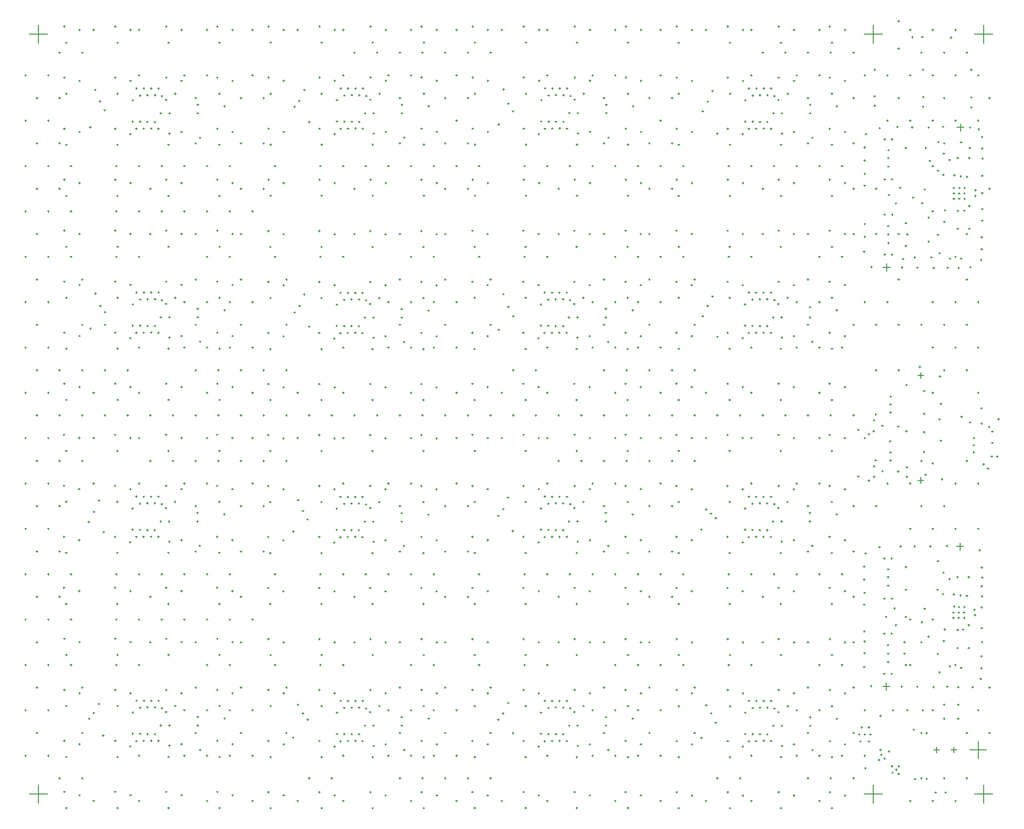
<source format=gbr>
G04*
G04 #@! TF.GenerationSoftware,Altium Limited,Altium Designer,25.0.2 (28)*
G04*
G04 Layer_Color=128*
%FSLAX25Y25*%
%MOIN*%
G70*
G04*
G04 #@! TF.SameCoordinates,7C83500D-BFB9-469C-A41D-0C693C3E1856*
G04*
G04*
G04 #@! TF.FilePolarity,Positive*
G04*
G01*
G75*
%ADD14C,0.00500*%
D14*
X651105Y372157D02*
X655120D01*
X653112Y370149D02*
Y374165D01*
X651105Y299401D02*
X655120D01*
X653112Y297393D02*
Y301409D01*
X678055Y544477D02*
X683173D01*
X680614Y541918D02*
Y547036D01*
X626874Y447233D02*
X631992D01*
X629433Y444674D02*
Y449792D01*
X673898Y112205D02*
X677913D01*
X675906Y110197D02*
Y114213D01*
X662087Y112205D02*
X666102D01*
X664094Y110197D02*
Y114213D01*
X687008Y112205D02*
X698819D01*
X692913Y106299D02*
Y118110D01*
X34055Y81693D02*
X46654D01*
X40354Y75394D02*
Y87992D01*
X677756Y253445D02*
X682874D01*
X680315Y250886D02*
Y256004D01*
X626575Y156201D02*
X631693D01*
X629134Y153642D02*
Y158760D01*
X613779Y609252D02*
X626378D01*
X620079Y602953D02*
Y615551D01*
X34055Y609252D02*
X46654D01*
X40354Y602953D02*
Y615551D01*
X690551Y81693D02*
X703150D01*
X696850Y75394D02*
Y87992D01*
X613779Y81693D02*
X626378D01*
X620079Y75394D02*
Y87992D01*
X690551Y609252D02*
X703150D01*
X696850Y602953D02*
Y615551D01*
X623425Y105315D02*
X624606D01*
X624016Y104724D02*
Y105905D01*
X624409Y112205D02*
X625591D01*
X625000Y111614D02*
Y112795D01*
X624972Y108917D02*
X626153D01*
X625563Y108326D02*
Y109507D01*
X627362Y106299D02*
X628543D01*
X627953Y105709D02*
Y106890D01*
X630315Y111221D02*
X631496D01*
X630905Y110630D02*
Y111811D01*
X642396Y333567D02*
X643577D01*
X642987Y332976D02*
Y334157D01*
X85774Y556422D02*
X86955D01*
X86364Y555832D02*
Y557013D01*
X79550Y429284D02*
X80731D01*
X80141Y428693D02*
Y429874D01*
X692323Y580709D02*
X693504D01*
X692913Y580118D02*
Y581299D01*
X700197Y564961D02*
X701378D01*
X700787Y564370D02*
Y565551D01*
X692323Y549213D02*
X693504D01*
X692913Y548622D02*
Y549803D01*
X700197Y501968D02*
X701378D01*
X700787Y501378D02*
Y502559D01*
X692323Y423228D02*
X693504D01*
X692913Y422638D02*
Y423819D01*
X692323Y391732D02*
X693504D01*
X692913Y391142D02*
Y392323D01*
X692323Y360236D02*
X693504D01*
X692913Y359646D02*
Y360827D01*
X692323Y297244D02*
X693504D01*
X692913Y296654D02*
Y297835D01*
X692323Y265748D02*
X693504D01*
X692913Y265158D02*
Y266338D01*
X700197Y155512D02*
X701378D01*
X700787Y154921D02*
Y156102D01*
X692323Y139764D02*
X693504D01*
X692913Y139173D02*
Y140354D01*
X700197Y124016D02*
X701378D01*
X700787Y123425D02*
Y124606D01*
X676575Y612205D02*
X677756D01*
X677165Y611614D02*
Y612795D01*
X684449Y596457D02*
X685630D01*
X685039Y595866D02*
Y597047D01*
X676575Y580709D02*
X677756D01*
X677165Y580118D02*
Y581299D01*
X676575Y549213D02*
X677756D01*
X677165Y548622D02*
Y549803D01*
X684449Y470472D02*
X685630D01*
X685039Y469882D02*
Y471063D01*
X676575Y454724D02*
X677756D01*
X677165Y454134D02*
Y455315D01*
X684449Y438976D02*
X685630D01*
X685039Y438386D02*
Y439567D01*
X676575Y423228D02*
X677756D01*
X677165Y422638D02*
Y423819D01*
X684449Y407480D02*
X685630D01*
X685039Y406890D02*
Y408071D01*
X676575Y391732D02*
X677756D01*
X677165Y391142D02*
Y392323D01*
X684449Y375984D02*
X685630D01*
X685039Y375394D02*
Y376575D01*
X684449Y312992D02*
X685630D01*
X685039Y312402D02*
Y313583D01*
X676575Y297244D02*
X677756D01*
X677165Y296654D02*
Y297835D01*
X676575Y265748D02*
X677756D01*
X677165Y265158D02*
Y266338D01*
X676575Y171260D02*
X677756D01*
X677165Y170669D02*
Y171850D01*
X684449Y124016D02*
X685630D01*
X685039Y123425D02*
Y124606D01*
X684449Y92520D02*
X685630D01*
X685039Y91929D02*
Y93110D01*
X676575Y76772D02*
X677756D01*
X677165Y76181D02*
Y77362D01*
X660827Y612205D02*
X662008D01*
X661417Y611614D02*
Y612795D01*
X668701Y596457D02*
X669882D01*
X669291Y595866D02*
Y597047D01*
X660827Y580709D02*
X662008D01*
X661417Y580118D02*
Y581299D01*
X668701Y564961D02*
X669882D01*
X669291Y564370D02*
Y565551D01*
X660827Y549213D02*
X662008D01*
X661417Y548622D02*
Y549803D01*
X668701Y533464D02*
X669882D01*
X669291Y532874D02*
Y534055D01*
X660827Y517717D02*
X662008D01*
X661417Y517126D02*
Y518307D01*
X660827Y486220D02*
X662008D01*
X661417Y485630D02*
Y486811D01*
X660827Y423228D02*
X662008D01*
X661417Y422638D02*
Y423819D01*
X668701Y407480D02*
X669882D01*
X669291Y406890D02*
Y408071D01*
X660827Y391732D02*
X662008D01*
X661417Y391142D02*
Y392323D01*
X668701Y375984D02*
X669882D01*
X669291Y375394D02*
Y376575D01*
X660827Y360236D02*
X662008D01*
X661417Y359646D02*
Y360827D01*
X668701Y281496D02*
X669882D01*
X669291Y280906D02*
Y282087D01*
X660827Y265748D02*
X662008D01*
X661417Y265158D02*
Y266338D01*
X660827Y202756D02*
X662008D01*
X661417Y202165D02*
Y203346D01*
X660827Y139764D02*
X662008D01*
X661417Y139173D02*
Y140354D01*
X668701Y92520D02*
X669882D01*
X669291Y91929D02*
Y93110D01*
X660827Y76772D02*
X662008D01*
X661417Y76181D02*
Y77362D01*
X645079Y612205D02*
X646260D01*
X645669Y611614D02*
Y612795D01*
X652953Y596457D02*
X654134D01*
X653543Y595866D02*
Y597047D01*
X645079Y580709D02*
X646260D01*
X645669Y580118D02*
Y581299D01*
X645079Y549213D02*
X646260D01*
X645669Y548622D02*
Y549803D01*
X652953Y407480D02*
X654134D01*
X653543Y406890D02*
Y408071D01*
X652953Y312992D02*
X654134D01*
X653543Y312402D02*
Y313583D01*
X645079Y297244D02*
X646260D01*
X645669Y296654D02*
Y297835D01*
X652953Y281496D02*
X654134D01*
X653543Y280906D02*
Y282087D01*
X645079Y265748D02*
X646260D01*
X645669Y265158D02*
Y266338D01*
X645079Y202756D02*
X646260D01*
X645669Y202165D02*
Y203346D01*
X652953Y187008D02*
X654134D01*
X653543Y186417D02*
Y187598D01*
X645079Y171260D02*
X646260D01*
X645669Y170669D02*
Y171850D01*
X652953Y124016D02*
X654134D01*
X653543Y123425D02*
Y124606D01*
X652953Y92520D02*
X654134D01*
X653543Y91929D02*
Y93110D01*
X645079Y76772D02*
X646260D01*
X645669Y76181D02*
Y77362D01*
X629331Y580709D02*
X630512D01*
X629921Y580118D02*
Y581299D01*
X637205Y564961D02*
X638386D01*
X637795Y564370D02*
Y565551D01*
X629331Y549213D02*
X630512D01*
X629921Y548622D02*
Y549803D01*
X637205Y470472D02*
X638386D01*
X637795Y469882D02*
Y471063D01*
X637205Y438976D02*
X638386D01*
X637795Y438386D02*
Y439567D01*
X629331Y423228D02*
X630512D01*
X629921Y422638D02*
Y423819D01*
X637205Y407480D02*
X638386D01*
X637795Y406890D02*
Y408071D01*
X637205Y375984D02*
X638386D01*
X637795Y375394D02*
Y376575D01*
X629331Y297244D02*
X630512D01*
X629921Y296654D02*
Y297835D01*
X613583Y580709D02*
X614764D01*
X614173Y580118D02*
Y581299D01*
X621457Y501968D02*
X622638D01*
X622047Y501378D02*
Y502559D01*
X621457Y470472D02*
X622638D01*
X622047Y469882D02*
Y471063D01*
X613583Y423228D02*
X614764D01*
X614173Y422638D02*
Y423819D01*
X621457Y407480D02*
X622638D01*
X622047Y406890D02*
Y408071D01*
X621457Y375984D02*
X622638D01*
X622047Y375394D02*
Y376575D01*
X613583Y328740D02*
X614764D01*
X614173Y328150D02*
Y329331D01*
X621457Y281496D02*
X622638D01*
X622047Y280906D02*
Y282087D01*
X613583Y139764D02*
X614764D01*
X614173Y139173D02*
Y140354D01*
X613583Y108268D02*
X614764D01*
X614173Y107677D02*
Y108858D01*
X605709Y596457D02*
X606890D01*
X606299Y595866D02*
Y597047D01*
X605709Y564961D02*
X606890D01*
X606299Y564370D02*
Y565551D01*
X605709Y533464D02*
X606890D01*
X606299Y532874D02*
Y534055D01*
X597835Y517717D02*
X599016D01*
X598425Y517126D02*
Y518307D01*
X605709Y501968D02*
X606890D01*
X606299Y501378D02*
Y502559D01*
X605709Y470472D02*
X606890D01*
X606299Y469882D02*
Y471063D01*
X597835Y454724D02*
X599016D01*
X598425Y454134D02*
Y455315D01*
X605709Y407480D02*
X606890D01*
X606299Y406890D02*
Y408071D01*
X597835Y391732D02*
X599016D01*
X598425Y391142D02*
Y392323D01*
X605709Y344488D02*
X606890D01*
X606299Y343898D02*
Y345079D01*
X605709Y281496D02*
X606890D01*
X606299Y280906D02*
Y282087D01*
X605709Y250000D02*
X606890D01*
X606299Y249409D02*
Y250590D01*
X597835Y234252D02*
X599016D01*
X598425Y233661D02*
Y234842D01*
X605709Y218504D02*
X606890D01*
X606299Y217913D02*
Y219094D01*
X605709Y187008D02*
X606890D01*
X606299Y186417D02*
Y187598D01*
X597835Y171260D02*
X599016D01*
X598425Y170669D02*
Y171850D01*
X605709Y155512D02*
X606890D01*
X606299Y154921D02*
Y156102D01*
X605709Y124016D02*
X606890D01*
X606299Y123425D02*
Y124606D01*
X597835Y108268D02*
X599016D01*
X598425Y107677D02*
Y108858D01*
X605709Y92520D02*
X606890D01*
X606299Y91929D02*
Y93110D01*
X582087Y612205D02*
X583268D01*
X582677Y611614D02*
Y612795D01*
X589961Y596457D02*
X591142D01*
X590551Y595866D02*
Y597047D01*
X582087Y580709D02*
X583268D01*
X582677Y580118D02*
Y581299D01*
X582087Y517717D02*
X583268D01*
X582677Y517126D02*
Y518307D01*
X582087Y454724D02*
X583268D01*
X582677Y454134D02*
Y455315D01*
X582087Y423228D02*
X583268D01*
X582677Y422638D02*
Y423819D01*
X582087Y391732D02*
X583268D01*
X582677Y391142D02*
Y392323D01*
X582087Y360236D02*
X583268D01*
X582677Y359646D02*
Y360827D01*
X589961Y344488D02*
X591142D01*
X590551Y343898D02*
Y345079D01*
X582087Y328740D02*
X583268D01*
X582677Y328150D02*
Y329331D01*
X582087Y297244D02*
X583268D01*
X582677Y296654D02*
Y297835D01*
X582087Y234252D02*
X583268D01*
X582677Y233661D02*
Y234842D01*
X582087Y171260D02*
X583268D01*
X582677Y170669D02*
Y171850D01*
X582087Y139764D02*
X583268D01*
X582677Y139173D02*
Y140354D01*
X582087Y108268D02*
X583268D01*
X582677Y107677D02*
Y108858D01*
X589961Y92520D02*
X591142D01*
X590551Y91929D02*
Y93110D01*
X582087Y76772D02*
X583268D01*
X582677Y76181D02*
Y77362D01*
X574213Y596457D02*
X575394D01*
X574803Y595866D02*
Y597047D01*
X566338Y580709D02*
X567520D01*
X566929Y580118D02*
Y581299D01*
X574213Y564961D02*
X575394D01*
X574803Y564370D02*
Y565551D01*
X574213Y533464D02*
X575394D01*
X574803Y532874D02*
Y534055D01*
X566338Y517717D02*
X567520D01*
X566929Y517126D02*
Y518307D01*
X574213Y470472D02*
X575394D01*
X574803Y469882D02*
Y471063D01*
X574213Y438976D02*
X575394D01*
X574803Y438386D02*
Y439567D01*
X566338Y423228D02*
X567520D01*
X566929Y422638D02*
Y423819D01*
X574213Y407480D02*
X575394D01*
X574803Y406890D02*
Y408071D01*
X566338Y391732D02*
X567520D01*
X566929Y391142D02*
Y392323D01*
X574213Y344488D02*
X575394D01*
X574803Y343898D02*
Y345079D01*
X566338Y297244D02*
X567520D01*
X566929Y296654D02*
Y297835D01*
X574213Y281496D02*
X575394D01*
X574803Y280906D02*
Y282087D01*
X574213Y250000D02*
X575394D01*
X574803Y249409D02*
Y250590D01*
X566338Y234252D02*
X567520D01*
X566929Y233661D02*
Y234842D01*
X574213Y187008D02*
X575394D01*
X574803Y186417D02*
Y187598D01*
X574213Y155512D02*
X575394D01*
X574803Y154921D02*
Y156102D01*
X566338Y139764D02*
X567520D01*
X566929Y139173D02*
Y140354D01*
X574213Y124016D02*
X575394D01*
X574803Y123425D02*
Y124606D01*
X566338Y108268D02*
X567520D01*
X566929Y107677D02*
Y108858D01*
X574213Y92520D02*
X575394D01*
X574803Y91929D02*
Y93110D01*
X558464Y596457D02*
X559646D01*
X559055Y595866D02*
Y597047D01*
X550591Y517717D02*
X551772D01*
X551181Y517126D02*
Y518307D01*
X558464Y344488D02*
X559646D01*
X559055Y343898D02*
Y345079D01*
X550591Y234252D02*
X551772D01*
X551181Y233661D02*
Y234842D01*
X534842Y612205D02*
X536024D01*
X535433Y611614D02*
Y612795D01*
X542717Y596457D02*
X543898D01*
X543307Y595866D02*
Y597047D01*
X534842Y580709D02*
X536024D01*
X535433Y580118D02*
Y581299D01*
X534842Y517717D02*
X536024D01*
X535433Y517126D02*
Y518307D01*
X542717Y501968D02*
X543898D01*
X543307Y501378D02*
Y502559D01*
X542717Y470472D02*
X543898D01*
X543307Y469882D02*
Y471063D01*
X534842Y454724D02*
X536024D01*
X535433Y454134D02*
Y455315D01*
X534842Y391732D02*
X536024D01*
X535433Y391142D02*
Y392323D01*
X534842Y360236D02*
X536024D01*
X535433Y359646D02*
Y360827D01*
X542717Y344488D02*
X543898D01*
X543307Y343898D02*
Y345079D01*
X534842Y328740D02*
X536024D01*
X535433Y328150D02*
Y329331D01*
X534842Y297244D02*
X536024D01*
X535433Y296654D02*
Y297835D01*
X534842Y234252D02*
X536024D01*
X535433Y233661D02*
Y234842D01*
X542717Y218504D02*
X543898D01*
X543307Y217913D02*
Y219094D01*
X542717Y187008D02*
X543898D01*
X543307Y186417D02*
Y187598D01*
X534842Y171260D02*
X536024D01*
X535433Y170669D02*
Y171850D01*
X534842Y108268D02*
X536024D01*
X535433Y107677D02*
Y108858D01*
X534842Y76772D02*
X536024D01*
X535433Y76181D02*
Y77362D01*
X519094Y517717D02*
X520275D01*
X519685Y517126D02*
Y518307D01*
X519094Y454724D02*
X520275D01*
X519685Y454134D02*
Y455315D01*
X526968Y344488D02*
X528150D01*
X527559Y343898D02*
Y345079D01*
X519094Y234252D02*
X520275D01*
X519685Y233661D02*
Y234842D01*
X519094Y171260D02*
X520275D01*
X519685Y170669D02*
Y171850D01*
X526968Y92520D02*
X528150D01*
X527559Y91929D02*
Y93110D01*
X503346Y612205D02*
X504528D01*
X503937Y611614D02*
Y612795D01*
X503346Y360236D02*
X504528D01*
X503937Y359646D02*
Y360827D01*
X511220Y344488D02*
X512401D01*
X511811Y343898D02*
Y345079D01*
X503346Y328740D02*
X504528D01*
X503937Y328150D02*
Y329331D01*
X511220Y92520D02*
X512401D01*
X511811Y91929D02*
Y93110D01*
X503346Y76772D02*
X504528D01*
X503937Y76181D02*
Y77362D01*
X487598Y517717D02*
X488779D01*
X488189Y517126D02*
Y518307D01*
X487598Y454724D02*
X488779D01*
X488189Y454134D02*
Y455315D01*
X495472Y438976D02*
X496654D01*
X496063Y438386D02*
Y439567D01*
X495472Y407480D02*
X496654D01*
X496063Y406890D02*
Y408071D01*
X495472Y375984D02*
X496654D01*
X496063Y375394D02*
Y376575D01*
X495472Y344488D02*
X496654D01*
X496063Y343898D02*
Y345079D01*
X495472Y312992D02*
X496654D01*
X496063Y312402D02*
Y313583D01*
X487598Y234252D02*
X488779D01*
X488189Y233661D02*
Y234842D01*
X487598Y171260D02*
X488779D01*
X488189Y170669D02*
Y171850D01*
X495472Y155512D02*
X496654D01*
X496063Y154921D02*
Y156102D01*
X495472Y124016D02*
X496654D01*
X496063Y123425D02*
Y124606D01*
X471850Y612205D02*
X473031D01*
X472441Y611614D02*
Y612795D01*
X471850Y580709D02*
X473031D01*
X472441Y580118D02*
Y581299D01*
X479724Y564961D02*
X480905D01*
X480315Y564370D02*
Y565551D01*
X471850Y549213D02*
X473031D01*
X472441Y548622D02*
Y549803D01*
X479724Y533464D02*
X480905D01*
X480315Y532874D02*
Y534055D01*
X471850Y517717D02*
X473031D01*
X472441Y517126D02*
Y518307D01*
X479724Y501968D02*
X480905D01*
X480315Y501378D02*
Y502559D01*
X471850Y454724D02*
X473031D01*
X472441Y454134D02*
Y455315D01*
X471850Y423228D02*
X473031D01*
X472441Y422638D02*
Y423819D01*
X471850Y391732D02*
X473031D01*
X472441Y391142D02*
Y392323D01*
X479724Y375984D02*
X480905D01*
X480315Y375394D02*
Y376575D01*
X471850Y360236D02*
X473031D01*
X472441Y359646D02*
Y360827D01*
X479724Y344488D02*
X480905D01*
X480315Y343898D02*
Y345079D01*
X471850Y328740D02*
X473031D01*
X472441Y328150D02*
Y329331D01*
X479724Y312992D02*
X480905D01*
X480315Y312402D02*
Y313583D01*
X471850Y297244D02*
X473031D01*
X472441Y296654D02*
Y297835D01*
X479724Y281496D02*
X480905D01*
X480315Y280906D02*
Y282087D01*
X479724Y250000D02*
X480905D01*
X480315Y249409D02*
Y250590D01*
X471850Y234252D02*
X473031D01*
X472441Y233661D02*
Y234842D01*
X479724Y218504D02*
X480905D01*
X480315Y217913D02*
Y219094D01*
X471850Y171260D02*
X473031D01*
X472441Y170669D02*
Y171850D01*
X471850Y139764D02*
X473031D01*
X472441Y139173D02*
Y140354D01*
X471850Y108268D02*
X473031D01*
X472441Y107677D02*
Y108858D01*
X471850Y76772D02*
X473031D01*
X472441Y76181D02*
Y77362D01*
X463976Y564961D02*
X465157D01*
X464567Y564370D02*
Y565551D01*
X463976Y533464D02*
X465157D01*
X464567Y532874D02*
Y534055D01*
X456102Y517717D02*
X457283D01*
X456693Y517126D02*
Y518307D01*
X463976Y501968D02*
X465157D01*
X464567Y501378D02*
Y502559D01*
X463976Y470472D02*
X465157D01*
X464567Y469882D02*
Y471063D01*
X456102Y454724D02*
X457283D01*
X456693Y454134D02*
Y455315D01*
X463976Y438976D02*
X465157D01*
X464567Y438386D02*
Y439567D01*
X456102Y423228D02*
X457283D01*
X456693Y422638D02*
Y423819D01*
X463976Y407480D02*
X465157D01*
X464567Y406890D02*
Y408071D01*
X456102Y391732D02*
X457283D01*
X456693Y391142D02*
Y392323D01*
X463976Y375984D02*
X465157D01*
X464567Y375394D02*
Y376575D01*
X463976Y344488D02*
X465157D01*
X464567Y343898D02*
Y345079D01*
X463976Y312992D02*
X465157D01*
X464567Y312402D02*
Y313583D01*
X463976Y281496D02*
X465157D01*
X464567Y280906D02*
Y282087D01*
X463976Y250000D02*
X465157D01*
X464567Y249409D02*
Y250590D01*
X456102Y234252D02*
X457283D01*
X456693Y233661D02*
Y234842D01*
X463976Y218504D02*
X465157D01*
X464567Y217913D02*
Y219094D01*
X463976Y187008D02*
X465157D01*
X464567Y186417D02*
Y187598D01*
X456102Y171260D02*
X457283D01*
X456693Y170669D02*
Y171850D01*
X463976Y155512D02*
X465157D01*
X464567Y154921D02*
Y156102D01*
X456102Y139764D02*
X457283D01*
X456693Y139173D02*
Y140354D01*
X463976Y124016D02*
X465157D01*
X464567Y123425D02*
Y124606D01*
X456102Y108268D02*
X457283D01*
X456693Y107677D02*
Y108858D01*
X440354Y612205D02*
X441535D01*
X440945Y611614D02*
Y612795D01*
X440354Y580709D02*
X441535D01*
X440945Y580118D02*
Y581299D01*
X440354Y517717D02*
X441535D01*
X440945Y517126D02*
Y518307D01*
X440354Y454724D02*
X441535D01*
X440945Y454134D02*
Y455315D01*
X440354Y423228D02*
X441535D01*
X440945Y422638D02*
Y423819D01*
X440354Y391732D02*
X441535D01*
X440945Y391142D02*
Y392323D01*
X448228Y375984D02*
X449409D01*
X448819Y375394D02*
Y376575D01*
X440354Y360236D02*
X441535D01*
X440945Y359646D02*
Y360827D01*
X448228Y344488D02*
X449409D01*
X448819Y343898D02*
Y345079D01*
X440354Y328740D02*
X441535D01*
X440945Y328150D02*
Y329331D01*
X448228Y312992D02*
X449409D01*
X448819Y312402D02*
Y313583D01*
X440354Y297244D02*
X441535D01*
X440945Y296654D02*
Y297835D01*
X440354Y234252D02*
X441535D01*
X440945Y233661D02*
Y234842D01*
X440354Y171260D02*
X441535D01*
X440945Y170669D02*
Y171850D01*
X440354Y139764D02*
X441535D01*
X440945Y139173D02*
Y140354D01*
X440354Y108268D02*
X441535D01*
X440945Y107677D02*
Y108858D01*
X440354Y76772D02*
X441535D01*
X440945Y76181D02*
Y77362D01*
X424606Y580709D02*
X425787D01*
X425197Y580118D02*
Y581299D01*
X432480Y564961D02*
X433661D01*
X433071Y564370D02*
Y565551D01*
X432480Y533464D02*
X433661D01*
X433071Y532874D02*
Y534055D01*
X424606Y517717D02*
X425787D01*
X425197Y517126D02*
Y518307D01*
X432480Y470472D02*
X433661D01*
X433071Y469882D02*
Y471063D01*
X432480Y438976D02*
X433661D01*
X433071Y438386D02*
Y439567D01*
X424606Y423228D02*
X425787D01*
X425197Y422638D02*
Y423819D01*
X432480Y407480D02*
X433661D01*
X433071Y406890D02*
Y408071D01*
X424606Y391732D02*
X425787D01*
X425197Y391142D02*
Y392323D01*
X432480Y375984D02*
X433661D01*
X433071Y375394D02*
Y376575D01*
X432480Y344488D02*
X433661D01*
X433071Y343898D02*
Y345079D01*
X432480Y312992D02*
X433661D01*
X433071Y312402D02*
Y313583D01*
X424606Y297244D02*
X425787D01*
X425197Y296654D02*
Y297835D01*
X432480Y281496D02*
X433661D01*
X433071Y280906D02*
Y282087D01*
X432480Y250000D02*
X433661D01*
X433071Y249409D02*
Y250590D01*
X424606Y234252D02*
X425787D01*
X425197Y233661D02*
Y234842D01*
X432480Y187008D02*
X433661D01*
X433071Y186417D02*
Y187598D01*
X432480Y155512D02*
X433661D01*
X433071Y154921D02*
Y156102D01*
X424606Y139764D02*
X425787D01*
X425197Y139173D02*
Y140354D01*
X432480Y124016D02*
X433661D01*
X433071Y123425D02*
Y124606D01*
X424606Y108268D02*
X425787D01*
X425197Y107677D02*
Y108858D01*
X408858Y517717D02*
X410039D01*
X409449Y517126D02*
Y518307D01*
X416732Y344488D02*
X417913D01*
X417323Y343898D02*
Y345079D01*
X416732Y312992D02*
X417913D01*
X417323Y312402D02*
Y313583D01*
X408858Y234252D02*
X410039D01*
X409449Y233661D02*
Y234842D01*
X393110Y612205D02*
X394291D01*
X393701Y611614D02*
Y612795D01*
X393110Y580709D02*
X394291D01*
X393701Y580118D02*
Y581299D01*
X393110Y517717D02*
X394291D01*
X393701Y517126D02*
Y518307D01*
X400984Y501968D02*
X402165D01*
X401575Y501378D02*
Y502559D01*
X400984Y470472D02*
X402165D01*
X401575Y469882D02*
Y471063D01*
X393110Y454724D02*
X394291D01*
X393701Y454134D02*
Y455315D01*
X393110Y391732D02*
X394291D01*
X393701Y391142D02*
Y392323D01*
X393110Y360236D02*
X394291D01*
X393701Y359646D02*
Y360827D01*
X400984Y344488D02*
X402165D01*
X401575Y343898D02*
Y345079D01*
X393110Y328740D02*
X394291D01*
X393701Y328150D02*
Y329331D01*
X400984Y312992D02*
X402165D01*
X401575Y312402D02*
Y313583D01*
X393110Y297244D02*
X394291D01*
X393701Y296654D02*
Y297835D01*
X393110Y234252D02*
X394291D01*
X393701Y233661D02*
Y234842D01*
X400984Y218504D02*
X402165D01*
X401575Y217913D02*
Y219094D01*
X400984Y187008D02*
X402165D01*
X401575Y186417D02*
Y187598D01*
X393110Y171260D02*
X394291D01*
X393701Y170669D02*
Y171850D01*
X393110Y108268D02*
X394291D01*
X393701Y107677D02*
Y108858D01*
X393110Y76772D02*
X394291D01*
X393701Y76181D02*
Y77362D01*
X377362Y517717D02*
X378543D01*
X377953Y517126D02*
Y518307D01*
X377362Y454724D02*
X378543D01*
X377953Y454134D02*
Y455315D01*
X385236Y375984D02*
X386417D01*
X385827Y375394D02*
Y376575D01*
X385236Y344488D02*
X386417D01*
X385827Y343898D02*
Y345079D01*
X377362Y234252D02*
X378543D01*
X377953Y233661D02*
Y234842D01*
X377362Y171260D02*
X378543D01*
X377953Y170669D02*
Y171850D01*
X361614Y612205D02*
X362795D01*
X362205Y611614D02*
Y612795D01*
X369488Y375984D02*
X370669D01*
X370079Y375394D02*
Y376575D01*
X361614Y360236D02*
X362795D01*
X362205Y359646D02*
Y360827D01*
X369488Y344488D02*
X370669D01*
X370079Y343898D02*
Y345079D01*
X361614Y328740D02*
X362795D01*
X362205Y328150D02*
Y329331D01*
X361614Y76772D02*
X362795D01*
X362205Y76181D02*
Y77362D01*
X353740Y596457D02*
X354921D01*
X354331Y595866D02*
Y597047D01*
X345866Y517717D02*
X347047D01*
X346457Y517126D02*
Y518307D01*
X345866Y454724D02*
X347047D01*
X346457Y454134D02*
Y455315D01*
X353740Y438976D02*
X354921D01*
X354331Y438386D02*
Y439567D01*
X353740Y407480D02*
X354921D01*
X354331Y406890D02*
Y408071D01*
X353740Y344488D02*
X354921D01*
X354331Y343898D02*
Y345079D01*
X345866Y234252D02*
X347047D01*
X346457Y233661D02*
Y234842D01*
X345866Y171260D02*
X347047D01*
X346457Y170669D02*
Y171850D01*
X353740Y155512D02*
X354921D01*
X354331Y154921D02*
Y156102D01*
X353740Y124016D02*
X354921D01*
X354331Y123425D02*
Y124606D01*
X353740Y92520D02*
X354921D01*
X354331Y91929D02*
Y93110D01*
X330118Y612205D02*
X331299D01*
X330709Y611614D02*
Y612795D01*
X337992Y596457D02*
X339173D01*
X338583Y595866D02*
Y597047D01*
X330118Y580709D02*
X331299D01*
X330709Y580118D02*
Y581299D01*
X337992Y564961D02*
X339173D01*
X338583Y564370D02*
Y565551D01*
X330118Y549213D02*
X331299D01*
X330709Y548622D02*
Y549803D01*
X337992Y533464D02*
X339173D01*
X338583Y532874D02*
Y534055D01*
X330118Y517717D02*
X331299D01*
X330709Y517126D02*
Y518307D01*
X337992Y501968D02*
X339173D01*
X338583Y501378D02*
Y502559D01*
X330118Y423228D02*
X331299D01*
X330709Y422638D02*
Y423819D01*
X330118Y391732D02*
X331299D01*
X330709Y391142D02*
Y392323D01*
X330118Y360236D02*
X331299D01*
X330709Y359646D02*
Y360827D01*
X337992Y344488D02*
X339173D01*
X338583Y343898D02*
Y345079D01*
X330118Y328740D02*
X331299D01*
X330709Y328150D02*
Y329331D01*
X330118Y297244D02*
X331299D01*
X330709Y296654D02*
Y297835D01*
X337992Y281496D02*
X339173D01*
X338583Y280906D02*
Y282087D01*
X337992Y250000D02*
X339173D01*
X338583Y249409D02*
Y250590D01*
X337992Y218504D02*
X339173D01*
X338583Y217913D02*
Y219094D01*
X330118Y139764D02*
X331299D01*
X330709Y139173D02*
Y140354D01*
X330118Y108268D02*
X331299D01*
X330709Y107677D02*
Y108858D01*
X337992Y92520D02*
X339173D01*
X338583Y91929D02*
Y93110D01*
X330118Y76772D02*
X331299D01*
X330709Y76181D02*
Y77362D01*
X322244Y596457D02*
X323425D01*
X322835Y595866D02*
Y597047D01*
X322244Y564961D02*
X323425D01*
X322835Y564370D02*
Y565551D01*
X322244Y533464D02*
X323425D01*
X322835Y532874D02*
Y534055D01*
X314370Y517717D02*
X315551D01*
X314961Y517126D02*
Y518307D01*
X322244Y501968D02*
X323425D01*
X322835Y501378D02*
Y502559D01*
X322244Y470472D02*
X323425D01*
X322835Y469882D02*
Y471063D01*
X314370Y454724D02*
X315551D01*
X314961Y454134D02*
Y455315D01*
X322244Y438976D02*
X323425D01*
X322835Y438386D02*
Y439567D01*
X314370Y423228D02*
X315551D01*
X314961Y422638D02*
Y423819D01*
X322244Y407480D02*
X323425D01*
X322835Y406890D02*
Y408071D01*
X314370Y391732D02*
X315551D01*
X314961Y391142D02*
Y392323D01*
X322244Y344488D02*
X323425D01*
X322835Y343898D02*
Y345079D01*
X322244Y281496D02*
X323425D01*
X322835Y280906D02*
Y282087D01*
X322244Y250000D02*
X323425D01*
X322835Y249409D02*
Y250590D01*
X314370Y234252D02*
X315551D01*
X314961Y233661D02*
Y234842D01*
X322244Y218504D02*
X323425D01*
X322835Y217913D02*
Y219094D01*
X322244Y187008D02*
X323425D01*
X322835Y186417D02*
Y187598D01*
X314370Y171260D02*
X315551D01*
X314961Y170669D02*
Y171850D01*
X322244Y155512D02*
X323425D01*
X322835Y154921D02*
Y156102D01*
X314370Y139764D02*
X315551D01*
X314961Y139173D02*
Y140354D01*
X322244Y124016D02*
X323425D01*
X322835Y123425D02*
Y124606D01*
X314370Y108268D02*
X315551D01*
X314961Y107677D02*
Y108858D01*
X322244Y92520D02*
X323425D01*
X322835Y91929D02*
Y93110D01*
X298622Y612205D02*
X299803D01*
X299213Y611614D02*
Y612795D01*
X306496Y596457D02*
X307677D01*
X307087Y595866D02*
Y597047D01*
X298622Y580709D02*
X299803D01*
X299213Y580118D02*
Y581299D01*
X298622Y517717D02*
X299803D01*
X299213Y517126D02*
Y518307D01*
X298622Y454724D02*
X299803D01*
X299213Y454134D02*
Y455315D01*
X298622Y423228D02*
X299803D01*
X299213Y422638D02*
Y423819D01*
X298622Y391732D02*
X299803D01*
X299213Y391142D02*
Y392323D01*
X298622Y360236D02*
X299803D01*
X299213Y359646D02*
Y360827D01*
X306496Y344488D02*
X307677D01*
X307087Y343898D02*
Y345079D01*
X298622Y328740D02*
X299803D01*
X299213Y328150D02*
Y329331D01*
X298622Y297244D02*
X299803D01*
X299213Y296654D02*
Y297835D01*
X298622Y234252D02*
X299803D01*
X299213Y233661D02*
Y234842D01*
X298622Y171260D02*
X299803D01*
X299213Y170669D02*
Y171850D01*
X298622Y139764D02*
X299803D01*
X299213Y139173D02*
Y140354D01*
X298622Y108268D02*
X299803D01*
X299213Y107677D02*
Y108858D01*
X306496Y92520D02*
X307677D01*
X307087Y91929D02*
Y93110D01*
X298622Y76772D02*
X299803D01*
X299213Y76181D02*
Y77362D01*
X290748Y596457D02*
X291929D01*
X291338Y595866D02*
Y597047D01*
X282874Y580709D02*
X284055D01*
X283465Y580118D02*
Y581299D01*
X290748Y564961D02*
X291929D01*
X291338Y564370D02*
Y565551D01*
X290748Y533464D02*
X291929D01*
X291338Y532874D02*
Y534055D01*
X282874Y517717D02*
X284055D01*
X283465Y517126D02*
Y518307D01*
X290748Y470472D02*
X291929D01*
X291338Y469882D02*
Y471063D01*
X290748Y438976D02*
X291929D01*
X291338Y438386D02*
Y439567D01*
X282874Y423228D02*
X284055D01*
X283465Y422638D02*
Y423819D01*
X290748Y407480D02*
X291929D01*
X291338Y406890D02*
Y408071D01*
X282874Y391732D02*
X284055D01*
X283465Y391142D02*
Y392323D01*
X290748Y344488D02*
X291929D01*
X291338Y343898D02*
Y345079D01*
X282874Y297244D02*
X284055D01*
X283465Y296654D02*
Y297835D01*
X290748Y281496D02*
X291929D01*
X291338Y280906D02*
Y282087D01*
X290748Y250000D02*
X291929D01*
X291338Y249409D02*
Y250590D01*
X282874Y234252D02*
X284055D01*
X283465Y233661D02*
Y234842D01*
X290748Y187008D02*
X291929D01*
X291338Y186417D02*
Y187598D01*
X290748Y155512D02*
X291929D01*
X291338Y154921D02*
Y156102D01*
X282874Y139764D02*
X284055D01*
X283465Y139173D02*
Y140354D01*
X290748Y124016D02*
X291929D01*
X291338Y123425D02*
Y124606D01*
X282874Y108268D02*
X284055D01*
X283465Y107677D02*
Y108858D01*
X290748Y92520D02*
X291929D01*
X291338Y91929D02*
Y93110D01*
X275000Y596457D02*
X276181D01*
X275590Y595866D02*
Y597047D01*
X267126Y517717D02*
X268307D01*
X267717Y517126D02*
Y518307D01*
X275000Y344488D02*
X276181D01*
X275590Y343898D02*
Y345079D01*
X267126Y234252D02*
X268307D01*
X267717Y233661D02*
Y234842D01*
X251378Y612205D02*
X252559D01*
X251969Y611614D02*
Y612795D01*
X259252Y596457D02*
X260433D01*
X259842Y595866D02*
Y597047D01*
X251378Y580709D02*
X252559D01*
X251969Y580118D02*
Y581299D01*
X251378Y517717D02*
X252559D01*
X251969Y517126D02*
Y518307D01*
X259252Y501968D02*
X260433D01*
X259842Y501378D02*
Y502559D01*
X259252Y470472D02*
X260433D01*
X259842Y469882D02*
Y471063D01*
X251378Y454724D02*
X252559D01*
X251969Y454134D02*
Y455315D01*
X251378Y391732D02*
X252559D01*
X251969Y391142D02*
Y392323D01*
X251378Y360236D02*
X252559D01*
X251969Y359646D02*
Y360827D01*
X259252Y344488D02*
X260433D01*
X259842Y343898D02*
Y345079D01*
X251378Y328740D02*
X252559D01*
X251969Y328150D02*
Y329331D01*
X251378Y297244D02*
X252559D01*
X251969Y296654D02*
Y297835D01*
X251378Y234252D02*
X252559D01*
X251969Y233661D02*
Y234842D01*
X259252Y218504D02*
X260433D01*
X259842Y217913D02*
Y219094D01*
X259252Y187008D02*
X260433D01*
X259842Y186417D02*
Y187598D01*
X251378Y171260D02*
X252559D01*
X251969Y170669D02*
Y171850D01*
X251378Y108268D02*
X252559D01*
X251969Y107677D02*
Y108858D01*
X251378Y76772D02*
X252559D01*
X251969Y76181D02*
Y77362D01*
X235630Y517717D02*
X236811D01*
X236220Y517126D02*
Y518307D01*
X235630Y454724D02*
X236811D01*
X236220Y454134D02*
Y455315D01*
X243504Y344488D02*
X244685D01*
X244094Y343898D02*
Y345079D01*
X235630Y234252D02*
X236811D01*
X236220Y233661D02*
Y234842D01*
X235630Y171260D02*
X236811D01*
X236220Y170669D02*
Y171850D01*
X243504Y92520D02*
X244685D01*
X244094Y91929D02*
Y93110D01*
X219882Y612205D02*
X221063D01*
X220472Y611614D02*
Y612795D01*
X219882Y360236D02*
X221063D01*
X220472Y359646D02*
Y360827D01*
X227756Y344488D02*
X228937D01*
X228346Y343898D02*
Y345079D01*
X219882Y328740D02*
X221063D01*
X220472Y328150D02*
Y329331D01*
X227756Y92520D02*
X228937D01*
X228346Y91929D02*
Y93110D01*
X219882Y76772D02*
X221063D01*
X220472Y76181D02*
Y77362D01*
X204134Y517717D02*
X205315D01*
X204724Y517126D02*
Y518307D01*
X204134Y454724D02*
X205315D01*
X204724Y454134D02*
Y455315D01*
X212008Y438976D02*
X213189D01*
X212598Y438386D02*
Y439567D01*
X212008Y407480D02*
X213189D01*
X212598Y406890D02*
Y408071D01*
X212008Y375984D02*
X213189D01*
X212598Y375394D02*
Y376575D01*
X212008Y344488D02*
X213189D01*
X212598Y343898D02*
Y345079D01*
X212008Y312992D02*
X213189D01*
X212598Y312402D02*
Y313583D01*
X204134Y234252D02*
X205315D01*
X204724Y233661D02*
Y234842D01*
X204134Y171260D02*
X205315D01*
X204724Y170669D02*
Y171850D01*
X212008Y155512D02*
X213189D01*
X212598Y154921D02*
Y156102D01*
X212008Y124016D02*
X213189D01*
X212598Y123425D02*
Y124606D01*
X188386Y612205D02*
X189567D01*
X188976Y611614D02*
Y612795D01*
X188386Y580709D02*
X189567D01*
X188976Y580118D02*
Y581299D01*
X196260Y564961D02*
X197441D01*
X196850Y564370D02*
Y565551D01*
X196260Y533464D02*
X197441D01*
X196850Y532874D02*
Y534055D01*
X196260Y501968D02*
X197441D01*
X196850Y501378D02*
Y502559D01*
X188386Y486220D02*
X189567D01*
X188976Y485630D02*
Y486811D01*
X188386Y423228D02*
X189567D01*
X188976Y422638D02*
Y423819D01*
X188386Y391732D02*
X189567D01*
X188976Y391142D02*
Y392323D01*
X196260Y375984D02*
X197441D01*
X196850Y375394D02*
Y376575D01*
X188386Y360236D02*
X189567D01*
X188976Y359646D02*
Y360827D01*
X196260Y344488D02*
X197441D01*
X196850Y343898D02*
Y345079D01*
X188386Y328740D02*
X189567D01*
X188976Y328150D02*
Y329331D01*
X196260Y312992D02*
X197441D01*
X196850Y312402D02*
Y313583D01*
X188386Y297244D02*
X189567D01*
X188976Y296654D02*
Y297835D01*
X196260Y281496D02*
X197441D01*
X196850Y280906D02*
Y282087D01*
X196260Y250000D02*
X197441D01*
X196850Y249409D02*
Y250590D01*
X188386Y202756D02*
X189567D01*
X188976Y202165D02*
Y203346D01*
X188386Y139764D02*
X189567D01*
X188976Y139173D02*
Y140354D01*
X188386Y108268D02*
X189567D01*
X188976Y107677D02*
Y108858D01*
X188386Y76772D02*
X189567D01*
X188976Y76181D02*
Y77362D01*
X180512Y564961D02*
X181693D01*
X181102Y564370D02*
Y565551D01*
X180512Y533464D02*
X181693D01*
X181102Y532874D02*
Y534055D01*
X172638Y517717D02*
X173819D01*
X173228Y517126D02*
Y518307D01*
X180512Y501968D02*
X181693D01*
X181102Y501378D02*
Y502559D01*
X172638Y486220D02*
X173819D01*
X173228Y485630D02*
Y486811D01*
X180512Y470472D02*
X181693D01*
X181102Y469882D02*
Y471063D01*
X172638Y454724D02*
X173819D01*
X173228Y454134D02*
Y455315D01*
X180512Y438976D02*
X181693D01*
X181102Y438386D02*
Y439567D01*
X172638Y423228D02*
X173819D01*
X173228Y422638D02*
Y423819D01*
X180512Y407480D02*
X181693D01*
X181102Y406890D02*
Y408071D01*
X172638Y391732D02*
X173819D01*
X173228Y391142D02*
Y392323D01*
X180512Y375984D02*
X181693D01*
X181102Y375394D02*
Y376575D01*
X180512Y344488D02*
X181693D01*
X181102Y343898D02*
Y345079D01*
X180512Y312992D02*
X181693D01*
X181102Y312402D02*
Y313583D01*
X180512Y281496D02*
X181693D01*
X181102Y280906D02*
Y282087D01*
X180512Y250000D02*
X181693D01*
X181102Y249409D02*
Y250590D01*
X172638Y234252D02*
X173819D01*
X173228Y233661D02*
Y234842D01*
X180512Y218504D02*
X181693D01*
X181102Y217913D02*
Y219094D01*
X172638Y202756D02*
X173819D01*
X173228Y202165D02*
Y203346D01*
X180512Y187008D02*
X181693D01*
X181102Y186417D02*
Y187598D01*
X172638Y171260D02*
X173819D01*
X173228Y170669D02*
Y171850D01*
X180512Y155512D02*
X181693D01*
X181102Y154921D02*
Y156102D01*
X172638Y139764D02*
X173819D01*
X173228Y139173D02*
Y140354D01*
X180512Y124016D02*
X181693D01*
X181102Y123425D02*
Y124606D01*
X172638Y108268D02*
X173819D01*
X173228Y107677D02*
Y108858D01*
X156890Y612205D02*
X158071D01*
X157480Y611614D02*
Y612795D01*
X156890Y580709D02*
X158071D01*
X157480Y580118D02*
Y581299D01*
X156890Y517717D02*
X158071D01*
X157480Y517126D02*
Y518307D01*
X156890Y486220D02*
X158071D01*
X157480Y485630D02*
Y486811D01*
X156890Y454724D02*
X158071D01*
X157480Y454134D02*
Y455315D01*
X156890Y423228D02*
X158071D01*
X157480Y422638D02*
Y423819D01*
X156890Y391732D02*
X158071D01*
X157480Y391142D02*
Y392323D01*
X164764Y375984D02*
X165945D01*
X165354Y375394D02*
Y376575D01*
X156890Y360236D02*
X158071D01*
X157480Y359646D02*
Y360827D01*
X164764Y344488D02*
X165945D01*
X165354Y343898D02*
Y345079D01*
X156890Y328740D02*
X158071D01*
X157480Y328150D02*
Y329331D01*
X164764Y312992D02*
X165945D01*
X165354Y312402D02*
Y313583D01*
X156890Y297244D02*
X158071D01*
X157480Y296654D02*
Y297835D01*
X156890Y234252D02*
X158071D01*
X157480Y233661D02*
Y234842D01*
X156890Y202756D02*
X158071D01*
X157480Y202165D02*
Y203346D01*
X156890Y171260D02*
X158071D01*
X157480Y170669D02*
Y171850D01*
X156890Y139764D02*
X158071D01*
X157480Y139173D02*
Y140354D01*
X156890Y108268D02*
X158071D01*
X157480Y107677D02*
Y108858D01*
X156890Y76772D02*
X158071D01*
X157480Y76181D02*
Y77362D01*
X141142Y580709D02*
X142323D01*
X141732Y580118D02*
Y581299D01*
X149016Y564961D02*
X150197D01*
X149606Y564370D02*
Y565551D01*
X149016Y533464D02*
X150197D01*
X149606Y532874D02*
Y534055D01*
X141142Y517717D02*
X142323D01*
X141732Y517126D02*
Y518307D01*
X141142Y486220D02*
X142323D01*
X141732Y485630D02*
Y486811D01*
X149016Y470472D02*
X150197D01*
X149606Y469882D02*
Y471063D01*
X149016Y438976D02*
X150197D01*
X149606Y438386D02*
Y439567D01*
X141142Y423228D02*
X142323D01*
X141732Y422638D02*
Y423819D01*
X149016Y407480D02*
X150197D01*
X149606Y406890D02*
Y408071D01*
X141142Y391732D02*
X142323D01*
X141732Y391142D02*
Y392323D01*
X149016Y375984D02*
X150197D01*
X149606Y375394D02*
Y376575D01*
X149016Y344488D02*
X150197D01*
X149606Y343898D02*
Y345079D01*
X149016Y312992D02*
X150197D01*
X149606Y312402D02*
Y313583D01*
X141142Y297244D02*
X142323D01*
X141732Y296654D02*
Y297835D01*
X149016Y281496D02*
X150197D01*
X149606Y280906D02*
Y282087D01*
X149016Y250000D02*
X150197D01*
X149606Y249409D02*
Y250590D01*
X141142Y234252D02*
X142323D01*
X141732Y233661D02*
Y234842D01*
X141142Y202756D02*
X142323D01*
X141732Y202165D02*
Y203346D01*
X149016Y187008D02*
X150197D01*
X149606Y186417D02*
Y187598D01*
X149016Y155512D02*
X150197D01*
X149606Y154921D02*
Y156102D01*
X141142Y139764D02*
X142323D01*
X141732Y139173D02*
Y140354D01*
X149016Y124016D02*
X150197D01*
X149606Y123425D02*
Y124606D01*
X141142Y108268D02*
X142323D01*
X141732Y107677D02*
Y108858D01*
X125394Y517717D02*
X126575D01*
X125984Y517126D02*
Y518307D01*
X125394Y486220D02*
X126575D01*
X125984Y485630D02*
Y486811D01*
X133268Y344488D02*
X134449D01*
X133858Y343898D02*
Y345079D01*
X133268Y312992D02*
X134449D01*
X133858Y312402D02*
Y313583D01*
X125394Y234252D02*
X126575D01*
X125984Y233661D02*
Y234842D01*
X125394Y202756D02*
X126575D01*
X125984Y202165D02*
Y203346D01*
X109646Y612205D02*
X110827D01*
X110236Y611614D02*
Y612795D01*
X109646Y580709D02*
X110827D01*
X110236Y580118D02*
Y581299D01*
X109646Y517717D02*
X110827D01*
X110236Y517126D02*
Y518307D01*
X117520Y501968D02*
X118701D01*
X118110Y501378D02*
Y502559D01*
X109646Y486220D02*
X110827D01*
X110236Y485630D02*
Y486811D01*
X117520Y470472D02*
X118701D01*
X118110Y469882D02*
Y471063D01*
X109646Y454724D02*
X110827D01*
X110236Y454134D02*
Y455315D01*
X109646Y391732D02*
X110827D01*
X110236Y391142D02*
Y392323D01*
X109646Y360236D02*
X110827D01*
X110236Y359646D02*
Y360827D01*
X117520Y344488D02*
X118701D01*
X118110Y343898D02*
Y345079D01*
X109646Y328740D02*
X110827D01*
X110236Y328150D02*
Y329331D01*
X117520Y312992D02*
X118701D01*
X118110Y312402D02*
Y313583D01*
X109646Y297244D02*
X110827D01*
X110236Y296654D02*
Y297835D01*
X109646Y234252D02*
X110827D01*
X110236Y233661D02*
Y234842D01*
X117520Y218504D02*
X118701D01*
X118110Y217913D02*
Y219094D01*
X109646Y202756D02*
X110827D01*
X110236Y202165D02*
Y203346D01*
X117520Y187008D02*
X118701D01*
X118110Y186417D02*
Y187598D01*
X109646Y171260D02*
X110827D01*
X110236Y170669D02*
Y171850D01*
X109646Y108268D02*
X110827D01*
X110236Y107677D02*
Y108858D01*
X109646Y76772D02*
X110827D01*
X110236Y76181D02*
Y77362D01*
X93898Y517717D02*
X95079D01*
X94488Y517126D02*
Y518307D01*
X93898Y486220D02*
X95079D01*
X94488Y485630D02*
Y486811D01*
X93898Y454724D02*
X95079D01*
X94488Y454134D02*
Y455315D01*
X101772Y375984D02*
X102953D01*
X102362Y375394D02*
Y376575D01*
X101772Y344488D02*
X102953D01*
X102362Y343898D02*
Y345079D01*
X93898Y234252D02*
X95079D01*
X94488Y233661D02*
Y234842D01*
X93898Y202756D02*
X95079D01*
X94488Y202165D02*
Y203346D01*
X93898Y171260D02*
X95079D01*
X94488Y170669D02*
Y171850D01*
X78150Y612205D02*
X79331D01*
X78740Y611614D02*
Y612795D01*
X86024Y407480D02*
X87205D01*
X86614Y406890D02*
Y408071D01*
X86024Y375984D02*
X87205D01*
X86614Y375394D02*
Y376575D01*
X78150Y360236D02*
X79331D01*
X78740Y359646D02*
Y360827D01*
X86024Y344488D02*
X87205D01*
X86614Y343898D02*
Y345079D01*
X78150Y328740D02*
X79331D01*
X78740Y328150D02*
Y329331D01*
X78150Y297244D02*
X79331D01*
X78740Y296654D02*
Y297835D01*
X78150Y76772D02*
X79331D01*
X78740Y76181D02*
Y77362D01*
X70276Y596457D02*
X71457D01*
X70866Y595866D02*
Y597047D01*
X62402Y517717D02*
X63583D01*
X62992Y517126D02*
Y518307D01*
X62402Y486220D02*
X63583D01*
X62992Y485630D02*
Y486811D01*
X62402Y454724D02*
X63583D01*
X62992Y454134D02*
Y455315D01*
X70276Y438976D02*
X71457D01*
X70866Y438386D02*
Y439567D01*
X70276Y407480D02*
X71457D01*
X70866Y406890D02*
Y408071D01*
X70276Y375984D02*
X71457D01*
X70866Y375394D02*
Y376575D01*
X70276Y344488D02*
X71457D01*
X70866Y343898D02*
Y345079D01*
X70276Y312992D02*
X71457D01*
X70866Y312402D02*
Y313583D01*
X62402Y234252D02*
X63583D01*
X62992Y233661D02*
Y234842D01*
X62402Y202756D02*
X63583D01*
X62992Y202165D02*
Y203346D01*
X62402Y171260D02*
X63583D01*
X62992Y170669D02*
Y171850D01*
X70276Y155512D02*
X71457D01*
X70866Y154921D02*
Y156102D01*
X70276Y124016D02*
X71457D01*
X70866Y123425D02*
Y124606D01*
X70276Y92520D02*
X71457D01*
X70866Y91929D02*
Y93110D01*
X54527Y596457D02*
X55709D01*
X55118Y595866D02*
Y597047D01*
X46654Y580709D02*
X47835D01*
X47244Y580118D02*
Y581299D01*
X54527Y564961D02*
X55709D01*
X55118Y564370D02*
Y565551D01*
X46654Y549213D02*
X47835D01*
X47244Y548622D02*
Y549803D01*
X54527Y533464D02*
X55709D01*
X55118Y532874D02*
Y534055D01*
X46654Y517717D02*
X47835D01*
X47244Y517126D02*
Y518307D01*
X54527Y501968D02*
X55709D01*
X55118Y501378D02*
Y502559D01*
X46654Y486220D02*
X47835D01*
X47244Y485630D02*
Y486811D01*
X46654Y454724D02*
X47835D01*
X47244Y454134D02*
Y455315D01*
X46654Y423228D02*
X47835D01*
X47244Y422638D02*
Y423819D01*
X46654Y391732D02*
X47835D01*
X47244Y391142D02*
Y392323D01*
X54527Y375984D02*
X55709D01*
X55118Y375394D02*
Y376575D01*
X46654Y360236D02*
X47835D01*
X47244Y359646D02*
Y360827D01*
X54527Y344488D02*
X55709D01*
X55118Y343898D02*
Y345079D01*
X46654Y328740D02*
X47835D01*
X47244Y328150D02*
Y329331D01*
X54527Y312992D02*
X55709D01*
X55118Y312402D02*
Y313583D01*
X46654Y297244D02*
X47835D01*
X47244Y296654D02*
Y297835D01*
X54527Y281496D02*
X55709D01*
X55118Y280906D02*
Y282087D01*
X46654Y265748D02*
X47835D01*
X47244Y265158D02*
Y266338D01*
X54527Y250000D02*
X55709D01*
X55118Y249409D02*
Y250590D01*
X46654Y234252D02*
X47835D01*
X47244Y233661D02*
Y234842D01*
X54527Y218504D02*
X55709D01*
X55118Y217913D02*
Y219094D01*
X46654Y202756D02*
X47835D01*
X47244Y202165D02*
Y203346D01*
X46654Y171260D02*
X47835D01*
X47244Y170669D02*
Y171850D01*
X46654Y139764D02*
X47835D01*
X47244Y139173D02*
Y140354D01*
X46654Y108268D02*
X47835D01*
X47244Y107677D02*
Y108858D01*
X54527Y92520D02*
X55709D01*
X55118Y91929D02*
Y93110D01*
X30906Y580709D02*
X32087D01*
X31496Y580118D02*
Y581299D01*
X38780Y564961D02*
X39961D01*
X39370Y564370D02*
Y565551D01*
X30906Y549213D02*
X32087D01*
X31496Y548622D02*
Y549803D01*
X38780Y533464D02*
X39961D01*
X39370Y532874D02*
Y534055D01*
X30906Y517717D02*
X32087D01*
X31496Y517126D02*
Y518307D01*
X38780Y501968D02*
X39961D01*
X39370Y501378D02*
Y502559D01*
X30906Y486220D02*
X32087D01*
X31496Y485630D02*
Y486811D01*
X38780Y470472D02*
X39961D01*
X39370Y469882D02*
Y471063D01*
X30906Y454724D02*
X32087D01*
X31496Y454134D02*
Y455315D01*
X38780Y438976D02*
X39961D01*
X39370Y438386D02*
Y439567D01*
X30906Y423228D02*
X32087D01*
X31496Y422638D02*
Y423819D01*
X38780Y407480D02*
X39961D01*
X39370Y406890D02*
Y408071D01*
X30906Y391732D02*
X32087D01*
X31496Y391142D02*
Y392323D01*
X38780Y375984D02*
X39961D01*
X39370Y375394D02*
Y376575D01*
X30906Y360236D02*
X32087D01*
X31496Y359646D02*
Y360827D01*
X38780Y344488D02*
X39961D01*
X39370Y343898D02*
Y345079D01*
X30906Y328740D02*
X32087D01*
X31496Y328150D02*
Y329331D01*
X38780Y312992D02*
X39961D01*
X39370Y312402D02*
Y313583D01*
X30906Y297244D02*
X32087D01*
X31496Y296654D02*
Y297835D01*
X38780Y281496D02*
X39961D01*
X39370Y280906D02*
Y282087D01*
X30906Y265748D02*
X32087D01*
X31496Y265158D02*
Y266338D01*
X38780Y250000D02*
X39961D01*
X39370Y249409D02*
Y250590D01*
X30906Y234252D02*
X32087D01*
X31496Y233661D02*
Y234842D01*
X38780Y218504D02*
X39961D01*
X39370Y217913D02*
Y219094D01*
X30906Y202756D02*
X32087D01*
X31496Y202165D02*
Y203346D01*
X38780Y187008D02*
X39961D01*
X39370Y186417D02*
Y187598D01*
X30906Y171260D02*
X32087D01*
X31496Y170669D02*
Y171850D01*
X38780Y155512D02*
X39961D01*
X39370Y154921D02*
Y156102D01*
X30906Y139764D02*
X32087D01*
X31496Y139173D02*
Y140354D01*
X38780Y124016D02*
X39961D01*
X39370Y123425D02*
Y124606D01*
X30906Y108268D02*
X32087D01*
X31496Y107677D02*
Y108858D01*
X76007Y404894D02*
X77188D01*
X76598Y404304D02*
Y405485D01*
X82809Y420621D02*
X83990D01*
X83400Y420031D02*
Y421212D01*
X86015Y416202D02*
X87196D01*
X86606Y415612D02*
Y416793D01*
X82501Y562590D02*
X83682D01*
X83092Y561999D02*
Y563180D01*
X79251Y570590D02*
X80432D01*
X79842Y569999D02*
Y571180D01*
X75876Y544505D02*
X77057D01*
X76466Y543915D02*
Y545096D01*
X217706Y558875D02*
X218888D01*
X218297Y558285D02*
Y559466D01*
X220933Y562930D02*
X222114D01*
X221523Y562339D02*
Y563520D01*
X224421Y570429D02*
X225602D01*
X225012Y569839D02*
Y571020D01*
X227822Y548149D02*
X229003D01*
X228413Y547558D02*
Y548740D01*
X217670Y416008D02*
X218851D01*
X218260Y415417D02*
Y416598D01*
X221152Y420573D02*
X222333D01*
X221743Y419982D02*
Y421163D01*
X224352Y428526D02*
X225533D01*
X224943Y427935D02*
Y429116D01*
X227741Y406078D02*
X228922D01*
X228331Y405488D02*
Y406669D01*
X362691Y428688D02*
X363873D01*
X363282Y428097D02*
Y429279D01*
X366045Y419867D02*
X367226D01*
X366636Y419276D02*
Y420457D01*
X369488Y413386D02*
X370669D01*
X370079Y412795D02*
Y413976D01*
X359383Y404016D02*
X360564D01*
X359974Y403426D02*
Y404607D01*
X359527Y546511D02*
X360708D01*
X360117Y545920D02*
Y547101D01*
X362811Y570941D02*
X363992D01*
X363401Y570351D02*
Y571532D01*
X366175Y561009D02*
X367356D01*
X366766Y560418D02*
Y561599D01*
X369339Y555682D02*
X370520D01*
X369930Y555091D02*
Y556273D01*
X501052Y555703D02*
X502233D01*
X501642Y555112D02*
Y556293D01*
X504557Y562478D02*
X505738D01*
X505148Y561887D02*
Y563068D01*
X507748Y569804D02*
X508929D01*
X508338Y569214D02*
Y570395D01*
X511204Y540315D02*
X512385D01*
X511795Y539724D02*
Y540905D01*
X501132Y413402D02*
X502313D01*
X501722Y412812D02*
Y413993D01*
X504457Y420658D02*
X505638D01*
X505048Y420067D02*
Y421248D01*
X507883Y427107D02*
X509064D01*
X508474Y426516D02*
Y427698D01*
X511290Y399132D02*
X512471D01*
X511880Y398542D02*
Y399723D01*
X81869Y285433D02*
X83050D01*
X82460Y284842D02*
Y286024D01*
X78304Y277581D02*
X79485D01*
X78895Y276991D02*
Y278172D01*
X74850Y270636D02*
X76031D01*
X75440Y270045D02*
Y271227D01*
X85102Y263434D02*
X86283D01*
X85693Y262843D02*
Y264024D01*
X74975Y133831D02*
X76156D01*
X75565Y133240D02*
Y134421D01*
X78263Y137834D02*
X79444D01*
X78853Y137244D02*
Y138425D01*
X81778Y144084D02*
X82959D01*
X82368Y143493D02*
Y144674D01*
X84833Y122278D02*
X86014D01*
X85423Y121687D02*
Y122868D01*
X226715Y133298D02*
X227896D01*
X227306Y132707D02*
Y133888D01*
X223400Y137489D02*
X224581D01*
X223991Y136899D02*
Y138080D01*
X219970Y143701D02*
X221152D01*
X220561Y143110D02*
Y144291D01*
X216687Y120746D02*
X217868D01*
X217278Y120155D02*
Y121336D01*
X220092Y285673D02*
X221273D01*
X220683Y285082D02*
Y286263D01*
X223467Y278115D02*
X224648D01*
X224058Y277525D02*
Y278706D01*
X226659Y272392D02*
X227840D01*
X227249Y271802D02*
Y272983D01*
X216717Y263881D02*
X217898D01*
X217307Y263290D02*
Y264472D01*
X359159Y274743D02*
X360340D01*
X359750Y274153D02*
Y275334D01*
X362614Y279469D02*
X363795D01*
X363205Y278879D02*
Y280060D01*
X365878Y287408D02*
X367059D01*
X366468Y286818D02*
Y287999D01*
X369205Y264309D02*
X370386D01*
X369795Y263718D02*
Y264899D01*
X359091Y133284D02*
X360272D01*
X359681Y132694D02*
Y133875D01*
X362493Y137633D02*
X363674D01*
X363083Y137043D02*
Y138224D01*
X365965Y144788D02*
X367146D01*
X366556Y144197D02*
Y145379D01*
X369357Y123979D02*
X370538D01*
X369947Y123388D02*
Y124569D01*
X510203Y131109D02*
X511384D01*
X510793Y130518D02*
Y131699D01*
X506929Y137691D02*
X508110D01*
X507519Y137100D02*
Y138282D01*
X503518Y143284D02*
X504699D01*
X504109Y142694D02*
Y143875D01*
X500176Y120604D02*
X501357D01*
X500766Y120014D02*
Y121195D01*
X510147Y273212D02*
X511328D01*
X510738Y272621D02*
Y273802D01*
X506748Y276393D02*
X507930D01*
X507339Y275803D02*
Y276984D01*
X503531Y279177D02*
X504712D01*
X504121Y278586D02*
Y279767D01*
X500169Y265366D02*
X501350D01*
X500759Y264776D02*
Y265957D01*
X631398Y313155D02*
X632579D01*
X631989Y312564D02*
Y313745D01*
X449036Y319908D02*
X450217D01*
X449627Y319317D02*
Y320498D01*
X555260Y319884D02*
X556441D01*
X555851Y319293D02*
Y320475D01*
X590693Y319884D02*
X591874D01*
X591284Y319293D02*
Y320475D01*
X376527Y401910D02*
X377708D01*
X377117Y401320D02*
Y402501D01*
X236352Y390611D02*
X237533D01*
X236943Y390020D02*
Y391201D01*
X341094Y366477D02*
X342275D01*
X341684Y365887D02*
Y367068D01*
X305678Y366354D02*
X306859D01*
X306268Y365764D02*
Y366945D01*
X307218Y355178D02*
X308399D01*
X307809Y354587D02*
Y355768D01*
X376527Y437344D02*
X377708D01*
X377117Y436753D02*
Y437934D01*
X484539Y603347D02*
X485720D01*
X485130Y602756D02*
Y603937D01*
X482999Y579091D02*
X484180D01*
X483589Y578500D02*
Y579681D01*
X447663Y579167D02*
X448844D01*
X448253Y578576D02*
Y579757D01*
X412230Y579167D02*
X413411D01*
X412820Y578576D02*
Y579757D01*
X376797Y579167D02*
X377978D01*
X377387Y578576D02*
Y579757D01*
X341364Y579167D02*
X342545D01*
X341954Y578576D02*
Y579757D01*
X305856Y579160D02*
X307037D01*
X306446Y578569D02*
Y579750D01*
X590715Y355319D02*
X591896D01*
X591306Y354728D02*
Y355909D01*
X706508Y341940D02*
X707689D01*
X707098Y341349D02*
Y342530D01*
X667230Y300264D02*
X668411D01*
X667821Y299673D02*
Y300854D01*
X655711Y303393D02*
X656892D01*
X656301Y302802D02*
Y303983D01*
X616535Y299213D02*
X617717D01*
X617126Y298622D02*
Y299803D01*
X631457Y346578D02*
X632638D01*
X632048Y345987D02*
Y347168D01*
X625722Y337404D02*
X626903D01*
X626312Y336813D02*
Y337995D01*
X619882Y333645D02*
X621063D01*
X620473Y333054D02*
Y334236D01*
X631556Y357652D02*
X632737D01*
X632146Y357061D02*
Y358242D01*
X631292Y326539D02*
X632473D01*
X631883Y325949D02*
Y327130D01*
X625918Y305809D02*
X627100D01*
X626509Y305219D02*
Y306400D01*
X620025Y301943D02*
X621206D01*
X620616Y301353D02*
Y302534D01*
X631464Y318758D02*
X632646D01*
X632055Y318168D02*
Y319349D01*
X621193Y313349D02*
X622374D01*
X621783Y312759D02*
Y313940D01*
X619981Y341127D02*
X621162D01*
X620572Y340537D02*
Y341718D01*
X621281Y345258D02*
X622462D01*
X621872Y344668D02*
Y345849D01*
X699071Y307719D02*
X700252D01*
X699662Y307129D02*
Y308310D01*
X705447Y315857D02*
X706629D01*
X706038Y315266D02*
Y316448D01*
X696053Y310612D02*
X697234D01*
X696643Y310022D02*
Y311203D01*
X701714Y316025D02*
X702895D01*
X702305Y315435D02*
Y316616D01*
X689274Y318846D02*
X690455D01*
X689864Y318255D02*
Y319436D01*
X694638Y338924D02*
X695819D01*
X695229Y338334D02*
Y339515D01*
X702125Y325431D02*
X703306D01*
X702716Y324841D02*
Y326022D01*
X694589Y349456D02*
X695770D01*
X695179Y348865D02*
Y350046D01*
X699904Y336562D02*
X701085D01*
X700494Y335972D02*
Y337153D01*
X702090Y333374D02*
X703271D01*
X702680Y332784D02*
Y333965D01*
X651774Y378196D02*
X652955D01*
X652364Y377606D02*
Y378787D01*
X654727Y361464D02*
X655908D01*
X655317Y360873D02*
Y362054D01*
X665553Y341779D02*
X666735D01*
X666144Y341188D02*
Y342369D01*
X665804Y371645D02*
X666986D01*
X666395Y371054D02*
Y372235D01*
X654727Y332920D02*
X655908D01*
X655317Y332330D02*
Y333511D01*
X654727Y345716D02*
X655908D01*
X655317Y345125D02*
Y346306D01*
X660632Y311267D02*
X661813D01*
X661223Y310676D02*
Y311857D01*
X654642Y319188D02*
X655824D01*
X655233Y318597D02*
Y319778D01*
X666538Y352606D02*
X667719D01*
X667128Y352015D02*
Y353196D01*
X689274Y323767D02*
X690455D01*
X689864Y323176D02*
Y324358D01*
X666538Y327015D02*
X667719D01*
X667128Y326424D02*
Y327606D01*
X689372Y328787D02*
X690553D01*
X689963Y328196D02*
Y329377D01*
X686683Y339709D02*
X687864D01*
X687274Y339118D02*
Y340299D01*
X680809Y343649D02*
X681990D01*
X681400Y343058D02*
Y344239D01*
X620026Y309327D02*
X621207D01*
X620616Y308736D02*
Y309917D01*
X642629Y365699D02*
X643810D01*
X643219Y365108D02*
Y366289D01*
X636868Y305629D02*
X638050D01*
X637459Y305039D02*
Y306220D01*
X609181Y302102D02*
X610362D01*
X609771Y301511D02*
Y302692D01*
X636863Y336782D02*
X638044D01*
X637453Y336191D02*
Y337372D01*
X616462Y331455D02*
X617643D01*
X617052Y330865D02*
Y332046D01*
X609181Y334416D02*
X610362D01*
X609771Y333825D02*
Y335007D01*
X642817Y308413D02*
X643998D01*
X643408Y307822D02*
Y309003D01*
X642873Y301890D02*
X644054D01*
X643463Y301299D02*
Y302480D01*
X631523Y352148D02*
X632704D01*
X632113Y351557D02*
Y352738D01*
X648233Y454304D02*
X649414D01*
X648824Y453714D02*
Y454895D01*
X690324Y496894D02*
X691505D01*
X690914Y496304D02*
Y497485D01*
X669295Y486999D02*
X670476D01*
X669885Y486408D02*
Y487589D01*
X682652Y486790D02*
X683833D01*
X683242Y486199D02*
Y487380D01*
X682701Y498696D02*
X683882D01*
X683292Y498105D02*
Y499286D01*
X679060Y495054D02*
X680241D01*
X679650Y494463D02*
Y495645D01*
X675689Y211910D02*
X676870D01*
X676279Y211319D02*
Y212500D01*
X667913Y220472D02*
X669095D01*
X668504Y219882D02*
Y221063D01*
X675492Y220276D02*
X676673D01*
X676083Y219685D02*
Y220866D01*
X672365Y230928D02*
X673546D01*
X672956Y230338D02*
Y231519D01*
X690103Y205876D02*
X691284D01*
X690694Y205285D02*
Y206467D01*
X575681Y554331D02*
X576862D01*
X576272Y553741D02*
Y554922D01*
X627412Y536248D02*
X628593D01*
X628002Y535658D02*
Y536839D01*
X627358Y484035D02*
X628539D01*
X627949Y483444D02*
Y484625D01*
X630339Y497711D02*
X631520D01*
X630930Y497121D02*
Y498302D01*
X632649Y483921D02*
X633830D01*
X633240Y483331D02*
Y484512D01*
X118145Y429866D02*
X119326D01*
X118736Y429275D02*
Y430456D01*
X123270Y429843D02*
X124451D01*
X123861Y429253D02*
Y430434D01*
X113044Y429850D02*
X114225D01*
X113635Y429259D02*
Y430441D01*
X613624Y477467D02*
X614805D01*
X614214Y476877D02*
Y478058D01*
X613583Y468504D02*
X614764D01*
X614173Y467913D02*
Y469095D01*
X613206Y458217D02*
X614387D01*
X613797Y457627D02*
Y458808D01*
X575558Y419683D02*
X576739D01*
X576148Y419093D02*
Y420274D01*
X632379Y217354D02*
X633560D01*
X632970Y216764D02*
Y217945D01*
X535567Y265060D02*
X536748D01*
X536158Y264470D02*
Y265651D01*
X575535Y270868D02*
X576717D01*
X576126Y270278D02*
Y271459D01*
X174626Y151658D02*
X175807D01*
X175216Y151067D02*
Y152248D01*
X553869Y153829D02*
X555050D01*
X554460Y153239D02*
Y154420D01*
X632252Y165131D02*
X633433D01*
X632843Y164541D02*
Y165722D01*
X627174Y165129D02*
X628355D01*
X627764Y164538D02*
Y165719D01*
X632258Y193040D02*
X633439D01*
X632848Y192449D02*
Y193631D01*
X627153Y193064D02*
X628334D01*
X627743Y192473D02*
Y193654D01*
X627133Y217385D02*
X628314D01*
X627724Y216795D02*
Y217976D01*
X632266Y245156D02*
X633447D01*
X632857Y244566D02*
Y245747D01*
X627185Y245181D02*
X628366D01*
X627776Y244591D02*
Y245772D01*
X632556Y456209D02*
X633737D01*
X633146Y455619D02*
Y456800D01*
X627447Y456185D02*
X628628D01*
X628037Y455594D02*
Y456776D01*
X632490Y536313D02*
X633671D01*
X633080Y535722D02*
Y536903D01*
X627448Y508340D02*
X628629D01*
X628038Y507749D02*
Y508930D01*
X656583Y92124D02*
X657764D01*
X657173Y91533D02*
Y92714D01*
X648540Y92028D02*
X649721D01*
X649130Y91437D02*
Y92619D01*
X632898Y96428D02*
X634079D01*
X633489Y95837D02*
Y97018D01*
X635411Y98576D02*
X636592D01*
X636002Y97985D02*
Y99166D01*
X637166Y95611D02*
X638347D01*
X637756Y95020D02*
Y96201D01*
X637226Y100905D02*
X638408D01*
X637817Y100315D02*
Y101496D01*
X632386Y100875D02*
X633567D01*
X632976Y100284D02*
Y101465D01*
X614021Y99593D02*
X615202D01*
X614611Y99002D02*
Y100183D01*
X668701Y133858D02*
X669882D01*
X669291Y133268D02*
Y134449D01*
X678543Y133858D02*
X679724D01*
X679134Y133268D02*
Y134449D01*
X678543Y143701D02*
X679724D01*
X679134Y143110D02*
Y144291D01*
X668701Y143701D02*
X669882D01*
X669291Y143110D02*
Y144291D01*
X609646Y123031D02*
X610827D01*
X610236Y122441D02*
Y123622D01*
X613583Y123031D02*
X614764D01*
X614173Y122441D02*
Y123622D01*
X616535Y118110D02*
X617717D01*
X617126Y117520D02*
Y118701D01*
X611614Y127953D02*
X612795D01*
X612205Y127362D02*
Y128543D01*
X616535Y127953D02*
X617717D01*
X617126Y127362D02*
Y128543D01*
X610630Y118110D02*
X611811D01*
X611221Y117520D02*
Y118701D01*
X617520Y123031D02*
X618701D01*
X618110Y122441D02*
Y123622D01*
X656385Y123902D02*
X657566D01*
X656975Y123311D02*
Y124492D01*
X647570Y126404D02*
X648751D01*
X648161Y125814D02*
Y126995D01*
X624409Y135827D02*
X625591D01*
X625000Y135236D02*
Y136417D01*
X653937Y139764D02*
X655118D01*
X654528Y139173D02*
Y140354D01*
X643110Y139764D02*
X644291D01*
X643701Y139173D02*
Y140354D01*
X633268Y139764D02*
X634449D01*
X633858Y139173D02*
Y140354D01*
X669685Y82677D02*
X670866D01*
X670276Y82087D02*
Y83268D01*
X662795Y82677D02*
X663976D01*
X663386Y82087D02*
Y83268D01*
X168897Y275859D02*
X170079D01*
X169488Y275268D02*
Y276449D01*
X139067Y328819D02*
X140248D01*
X139658Y328229D02*
Y329410D01*
X174500Y328819D02*
X175681D01*
X175091Y328229D02*
Y329410D01*
X103634Y222520D02*
X104815D01*
X104225Y221930D02*
Y223111D01*
X139067Y222520D02*
X140248D01*
X139658Y221930D02*
Y223111D01*
X68201Y328819D02*
X69382D01*
X68792Y328229D02*
Y329410D01*
X174500Y293386D02*
X175681D01*
X175091Y292796D02*
Y293977D01*
X174500Y222520D02*
X175681D01*
X175091Y221930D02*
Y223111D01*
X174500Y257953D02*
X175681D01*
X175091Y257363D02*
Y258544D01*
X103634Y328819D02*
X104815D01*
X104225Y328229D02*
Y329410D01*
X68201Y293386D02*
X69382D01*
X68792Y292796D02*
Y293977D01*
X150288Y276851D02*
X151469D01*
X150878Y276260D02*
Y277441D01*
X139067Y293386D02*
X140248D01*
X139658Y292796D02*
Y293977D01*
X128308Y280328D02*
X129489D01*
X128899Y279737D02*
Y280918D01*
X124697Y270945D02*
X125878D01*
X125288Y270355D02*
Y271536D01*
X103634Y293386D02*
X104815D01*
X104225Y292796D02*
Y293977D01*
X151862Y254016D02*
X153044D01*
X152453Y253426D02*
Y254607D01*
X103492Y256459D02*
X104673D01*
X104082Y255868D02*
Y257049D01*
X139067Y257953D02*
X140248D01*
X139658Y257363D02*
Y258544D01*
X68201Y257953D02*
X69382D01*
X68792Y257363D02*
Y258544D01*
X68201Y222520D02*
X69382D01*
X68792Y221930D02*
Y223111D01*
X163905Y331138D02*
X165086D01*
X164495Y330547D02*
Y331729D01*
X128472Y331138D02*
X129653D01*
X129062Y330547D02*
Y331729D01*
X93038Y224839D02*
X94220D01*
X93629Y224248D02*
Y225429D01*
X57605Y331138D02*
X58786D01*
X58196Y330547D02*
Y331729D01*
X93038Y331138D02*
X94220D01*
X93629Y330547D02*
Y331729D01*
X105215Y279956D02*
X106396D01*
X105806Y279366D02*
Y280547D01*
X128472Y295705D02*
X129653D01*
X129062Y295114D02*
Y296295D01*
X163905Y295705D02*
X165086D01*
X164495Y295114D02*
Y296295D01*
X130695Y256917D02*
X131877D01*
X131286Y256326D02*
Y257507D01*
X130603Y270945D02*
X131784D01*
X131193Y270355D02*
Y271536D01*
X93038Y295705D02*
X94220D01*
X93629Y295114D02*
Y296295D01*
X57605Y295705D02*
X58786D01*
X58196Y295114D02*
Y296295D01*
X163905Y224839D02*
X165086D01*
X164495Y224248D02*
Y225429D01*
X128472Y224839D02*
X129653D01*
X129062Y224248D02*
Y225429D01*
X150288Y270945D02*
X151469D01*
X150878Y270355D02*
Y271536D01*
X163905Y260272D02*
X165086D01*
X164495Y259681D02*
Y260862D01*
X93038Y260272D02*
X94220D01*
X93629Y259681D02*
Y260862D01*
X57605Y260272D02*
X58786D01*
X58196Y259681D02*
Y260862D01*
X57605Y224839D02*
X58786D01*
X58196Y224248D02*
Y225429D01*
X105162Y265242D02*
X106343D01*
X105753Y264652D02*
Y265833D01*
X59146Y249095D02*
X60327D01*
X59737Y248504D02*
Y249686D01*
X125487Y282906D02*
X126668D01*
X126077Y282315D02*
Y283497D01*
X134698Y284515D02*
X135879D01*
X135289Y283925D02*
Y285106D01*
X123141Y288111D02*
X124322D01*
X123731Y287521D02*
Y288702D01*
X165445Y284528D02*
X166626D01*
X166036Y283938D02*
Y285119D01*
X120617Y283524D02*
X121799D01*
X121208Y282933D02*
Y284115D01*
X165445Y319961D02*
X166626D01*
X166036Y319371D02*
Y320552D01*
X118015Y288134D02*
X119196D01*
X118606Y287543D02*
Y288724D01*
X130012Y319961D02*
X131193D01*
X130603Y319371D02*
Y320552D01*
X115427Y283568D02*
X116608D01*
X116018Y282977D02*
Y284158D01*
X94579Y319961D02*
X95760D01*
X95170Y319371D02*
Y320552D01*
X112915Y288118D02*
X114096D01*
X113505Y287528D02*
Y288709D01*
X59146Y319961D02*
X60327D01*
X59737Y319371D02*
Y320552D01*
X110330Y283272D02*
X111511D01*
X110921Y282682D02*
Y283863D01*
X59146Y284528D02*
X60327D01*
X59737Y283938D02*
Y285119D01*
X123074Y260212D02*
X124255D01*
X123664Y259622D02*
Y260803D01*
X165445Y249095D02*
X166626D01*
X166036Y248504D02*
Y249686D01*
X120559Y264944D02*
X121740D01*
X121149Y264353D02*
Y265534D01*
X130012Y249095D02*
X131193D01*
X130603Y248504D02*
Y249686D01*
X118029Y260382D02*
X119210D01*
X118620Y259791D02*
Y260972D01*
X165445Y213662D02*
X166626D01*
X166036Y213071D02*
Y214252D01*
X115442Y264980D02*
X116623D01*
X116032Y264389D02*
Y265570D01*
X130012Y213662D02*
X131193D01*
X130603Y213071D02*
Y214252D01*
X112819Y260277D02*
X114000D01*
X113410Y259686D02*
Y260868D01*
X94579Y213662D02*
X95760D01*
X95170Y213071D02*
Y214252D01*
X110319Y265137D02*
X111501D01*
X110910Y264547D02*
Y265728D01*
X59146Y213662D02*
X60327D01*
X59737Y213071D02*
Y214252D01*
X107732Y260102D02*
X108913D01*
X108323Y259512D02*
Y260693D01*
X94579Y249095D02*
X95760D01*
X95170Y248504D02*
Y249686D01*
X107805Y288206D02*
X108986D01*
X108395Y287616D02*
Y288797D01*
X94579Y284528D02*
X95760D01*
X95170Y283938D02*
Y285119D01*
X594168Y417516D02*
X595349D01*
X594758Y416925D02*
Y418106D01*
X564337Y470476D02*
X565518D01*
X564928Y469886D02*
Y471067D01*
X599770Y470476D02*
X600951D01*
X600361Y469886D02*
Y471067D01*
X528904Y364177D02*
X530085D01*
X529495Y363587D02*
Y364768D01*
X564337Y364177D02*
X565518D01*
X564928Y363587D02*
Y364768D01*
X493471Y470476D02*
X494652D01*
X494062Y469886D02*
Y471067D01*
X599770Y435043D02*
X600951D01*
X600361Y434453D02*
Y435634D01*
X599770Y364177D02*
X600951D01*
X600361Y363587D02*
Y364768D01*
X599770Y399610D02*
X600951D01*
X600361Y399020D02*
Y400201D01*
X528904Y470476D02*
X530085D01*
X529495Y469886D02*
Y471067D01*
X493471Y435043D02*
X494652D01*
X494062Y434453D02*
Y435634D01*
X564337Y435043D02*
X565518D01*
X564928Y434453D02*
Y435634D01*
X553578Y421985D02*
X554759D01*
X554169Y421394D02*
Y422575D01*
X549967Y412602D02*
X551148D01*
X550558Y412012D02*
Y413193D01*
X528904Y435043D02*
X530085D01*
X529495Y434453D02*
Y435634D01*
X577132Y395673D02*
X578314D01*
X577723Y395083D02*
Y396264D01*
X528762Y398116D02*
X529943D01*
X529352Y397525D02*
Y398706D01*
X564337Y399610D02*
X565518D01*
X564928Y399020D02*
Y400201D01*
X493471Y399610D02*
X494652D01*
X494062Y399020D02*
Y400201D01*
X493471Y364177D02*
X494652D01*
X494062Y363587D02*
Y364768D01*
X589175Y472795D02*
X590356D01*
X589765Y472204D02*
Y473385D01*
X553742Y472795D02*
X554923D01*
X554332Y472204D02*
Y473385D01*
X518308Y366496D02*
X519489D01*
X518899Y365905D02*
Y367086D01*
X482875Y472795D02*
X484057D01*
X483466Y472204D02*
Y473385D01*
X518308Y472795D02*
X519489D01*
X518899Y472204D02*
Y473385D01*
X530485Y421613D02*
X531666D01*
X531076Y421023D02*
Y422204D01*
X553742Y437362D02*
X554923D01*
X554332Y436771D02*
Y437952D01*
X589175Y437362D02*
X590356D01*
X589765Y436771D02*
Y437952D01*
X555965Y398574D02*
X557147D01*
X556556Y397983D02*
Y399164D01*
X555873Y412602D02*
X557054D01*
X556463Y412012D02*
Y413193D01*
X518308Y437362D02*
X519489D01*
X518899Y436771D02*
Y437952D01*
X482875Y437362D02*
X484057D01*
X483466Y436771D02*
Y437952D01*
X589175Y366496D02*
X590356D01*
X589765Y365905D02*
Y367086D01*
X553742Y366496D02*
X554923D01*
X554332Y365905D02*
Y367086D01*
X575558Y412602D02*
X576739D01*
X576148Y412012D02*
Y413193D01*
X589175Y401929D02*
X590356D01*
X589765Y401338D02*
Y402519D01*
X518308Y401929D02*
X519489D01*
X518899Y401338D02*
Y402519D01*
X482875Y401929D02*
X484057D01*
X483466Y401338D02*
Y402519D01*
X482875Y366496D02*
X484057D01*
X483466Y365905D02*
Y367086D01*
X530432Y406899D02*
X531613D01*
X531023Y406309D02*
Y407490D01*
X484416Y390752D02*
X485597D01*
X485007Y390161D02*
Y391342D01*
X550757Y424563D02*
X551938D01*
X551347Y423973D02*
Y425154D01*
X559968Y426172D02*
X561149D01*
X560559Y425582D02*
Y426763D01*
X548411Y429768D02*
X549592D01*
X549001Y429178D02*
Y430359D01*
X590715Y426185D02*
X591896D01*
X591306Y425594D02*
Y426776D01*
X545887Y425181D02*
X547069D01*
X546478Y424590D02*
Y425772D01*
X590715Y461618D02*
X591896D01*
X591306Y461027D02*
Y462209D01*
X543285Y429791D02*
X544466D01*
X543876Y429200D02*
Y430381D01*
X555282Y461618D02*
X556463D01*
X555873Y461027D02*
Y462209D01*
X540697Y425225D02*
X541878D01*
X541288Y424634D02*
Y425815D01*
X519849Y461618D02*
X521030D01*
X520439Y461027D02*
Y462209D01*
X538185Y429775D02*
X539366D01*
X538775Y429184D02*
Y430366D01*
X484416Y461618D02*
X485597D01*
X485007Y461027D02*
Y462209D01*
X535600Y424929D02*
X536781D01*
X536191Y424339D02*
Y425520D01*
X484416Y426185D02*
X485597D01*
X485007Y425594D02*
Y426776D01*
X548344Y401869D02*
X549525D01*
X548934Y401279D02*
Y402460D01*
X590715Y390752D02*
X591896D01*
X591306Y390161D02*
Y391342D01*
X545829Y406601D02*
X547010D01*
X546419Y406010D02*
Y407191D01*
X555282Y390752D02*
X556463D01*
X555873Y390161D02*
Y391342D01*
X543299Y402039D02*
X544481D01*
X543890Y401448D02*
Y402630D01*
X540712Y406637D02*
X541893D01*
X541302Y406046D02*
Y407228D01*
X555282Y355319D02*
X556463D01*
X555873Y354728D02*
Y355909D01*
X538089Y401934D02*
X539270D01*
X538680Y401343D02*
Y402525D01*
X519849Y355319D02*
X521030D01*
X520439Y354728D02*
Y355909D01*
X535589Y406794D02*
X536770D01*
X536180Y406204D02*
Y407385D01*
X484416Y355319D02*
X485597D01*
X485007Y354728D02*
Y355909D01*
X533002Y401759D02*
X534183D01*
X533593Y401169D02*
Y402350D01*
X519849Y390752D02*
X521030D01*
X520439Y390161D02*
Y391342D01*
X533075Y429863D02*
X534256D01*
X533665Y429273D02*
Y430454D01*
X519849Y426185D02*
X521030D01*
X520439Y425594D02*
Y426776D01*
X452386Y417497D02*
X453567D01*
X452976Y416907D02*
Y418088D01*
X422555Y470458D02*
X423737D01*
X423146Y469868D02*
Y471049D01*
X457989Y470458D02*
X459170D01*
X458579Y469868D02*
Y471049D01*
X387122Y364159D02*
X388303D01*
X387713Y363568D02*
Y364749D01*
X422555Y364159D02*
X423737D01*
X423146Y363568D02*
Y364749D01*
X351689Y470458D02*
X352870D01*
X352280Y469868D02*
Y471049D01*
X457989Y435025D02*
X459170D01*
X458579Y434435D02*
Y435616D01*
X457989Y364159D02*
X459170D01*
X458579Y363568D02*
Y364749D01*
X457989Y399592D02*
X459170D01*
X458579Y399001D02*
Y400182D01*
X387122Y470458D02*
X388303D01*
X387713Y469868D02*
Y471049D01*
X351689Y435025D02*
X352870D01*
X352280Y434435D02*
Y435616D01*
X433776Y418490D02*
X434957D01*
X434367Y417899D02*
Y419080D01*
X422555Y435025D02*
X423737D01*
X423146Y434435D02*
Y435616D01*
X411797Y421967D02*
X412978D01*
X412387Y421376D02*
Y422557D01*
X408185Y412584D02*
X409367D01*
X408776Y411994D02*
Y413175D01*
X387122Y435025D02*
X388303D01*
X387713Y434435D02*
Y435616D01*
X435351Y395655D02*
X436532D01*
X435941Y395064D02*
Y396246D01*
X386980Y398097D02*
X388161D01*
X387570Y397507D02*
Y398688D01*
X422555Y399592D02*
X423737D01*
X423146Y399001D02*
Y400182D01*
X351689Y399592D02*
X352870D01*
X352280Y399001D02*
Y400182D01*
X351689Y364159D02*
X352870D01*
X352280Y363568D02*
Y364749D01*
X447393Y472777D02*
X448574D01*
X447984Y472186D02*
Y473367D01*
X411960Y472777D02*
X413141D01*
X412550Y472186D02*
Y473367D01*
X376527Y366477D02*
X377708D01*
X377117Y365887D02*
Y367068D01*
X341094Y472777D02*
X342275D01*
X341684Y472186D02*
Y473367D01*
X376527Y472777D02*
X377708D01*
X377117Y472186D02*
Y473367D01*
X388703Y421595D02*
X389884D01*
X389294Y421005D02*
Y422186D01*
X411960Y437344D02*
X413141D01*
X412550Y436753D02*
Y437934D01*
X447393Y437344D02*
X448574D01*
X447984Y436753D02*
Y437934D01*
X414184Y398555D02*
X415365D01*
X414774Y397965D02*
Y399146D01*
X414091Y412584D02*
X415272D01*
X414681Y411994D02*
Y413175D01*
X341094Y437344D02*
X342275D01*
X341684Y436753D02*
Y437934D01*
X447393Y366477D02*
X448574D01*
X447984Y365887D02*
Y367068D01*
X411960Y366477D02*
X413141D01*
X412550Y365887D02*
Y367068D01*
X433776Y412584D02*
X434957D01*
X434367Y411994D02*
Y413175D01*
X447393Y401910D02*
X448574D01*
X447984Y401320D02*
Y402501D01*
X341094Y401910D02*
X342275D01*
X341684Y401320D02*
Y402501D01*
X388650Y406881D02*
X389831D01*
X389241Y406290D02*
Y407472D01*
X342634Y390734D02*
X343815D01*
X343225Y390143D02*
Y391324D01*
X408975Y424545D02*
X410156D01*
X409565Y423954D02*
Y425135D01*
X418186Y426154D02*
X419367D01*
X418777Y425564D02*
Y426745D01*
X406629Y429750D02*
X407810D01*
X407219Y429159D02*
Y430341D01*
X448933Y426167D02*
X450114D01*
X449524Y425576D02*
Y426757D01*
X404106Y425163D02*
X405287D01*
X404696Y424572D02*
Y425753D01*
X448933Y461600D02*
X450114D01*
X449524Y461009D02*
Y462190D01*
X401504Y429773D02*
X402685D01*
X402094Y429182D02*
Y430363D01*
X413500Y461600D02*
X414681D01*
X414091Y461009D02*
Y462190D01*
X398916Y425207D02*
X400097D01*
X399506Y424616D02*
Y425797D01*
X378067Y461600D02*
X379248D01*
X378658Y461009D02*
Y462190D01*
X396403Y429757D02*
X397584D01*
X396994Y429166D02*
Y430347D01*
X342634Y461600D02*
X343815D01*
X343225Y461009D02*
Y462190D01*
X393819Y424911D02*
X395000D01*
X394409Y424320D02*
Y425501D01*
X342634Y426167D02*
X343815D01*
X343225Y425576D02*
Y426757D01*
X406562Y401851D02*
X407743D01*
X407153Y401261D02*
Y402442D01*
X448933Y390734D02*
X450114D01*
X449524Y390143D02*
Y391324D01*
X404047Y406582D02*
X405228D01*
X404637Y405992D02*
Y407173D01*
X413500Y390734D02*
X414681D01*
X414091Y390143D02*
Y391324D01*
X401518Y402021D02*
X402699D01*
X402108Y401430D02*
Y402611D01*
X448933Y355301D02*
X450114D01*
X449524Y354710D02*
Y355891D01*
X398930Y406619D02*
X400111D01*
X399521Y406028D02*
Y407209D01*
X413500Y355301D02*
X414681D01*
X414091Y354710D02*
Y355891D01*
X396308Y401916D02*
X397489D01*
X396898Y401325D02*
Y402506D01*
X378067Y355301D02*
X379248D01*
X378658Y354710D02*
Y355891D01*
X393808Y406776D02*
X394989D01*
X394398Y406185D02*
Y407367D01*
X342634Y355301D02*
X343815D01*
X343225Y354710D02*
Y355891D01*
X391220Y401741D02*
X392401D01*
X391811Y401150D02*
Y402331D01*
X378067Y390734D02*
X379248D01*
X378658Y390143D02*
Y391324D01*
X391293Y429845D02*
X392474D01*
X391883Y429254D02*
Y430436D01*
X378067Y426167D02*
X379248D01*
X378658Y425576D02*
Y426757D01*
X310671Y417375D02*
X311852D01*
X311261Y416784D02*
Y417965D01*
X280840Y470335D02*
X282021D01*
X281431Y469744D02*
Y470926D01*
X316273Y470335D02*
X317454D01*
X316864Y469744D02*
Y470926D01*
X245407Y364036D02*
X246588D01*
X245998Y363445D02*
Y364626D01*
X280840Y364036D02*
X282021D01*
X281431Y363445D02*
Y364626D01*
X209974Y470335D02*
X211155D01*
X210565Y469744D02*
Y470926D01*
X316273Y434902D02*
X317454D01*
X316864Y434311D02*
Y435493D01*
X316273Y364036D02*
X317454D01*
X316864Y363445D02*
Y364626D01*
X316273Y399469D02*
X317454D01*
X316864Y398878D02*
Y400060D01*
X245407Y470335D02*
X246588D01*
X245998Y469744D02*
Y470926D01*
X209974Y434902D02*
X211155D01*
X210565Y434311D02*
Y435493D01*
X292061Y418367D02*
X293242D01*
X292651Y417776D02*
Y418957D01*
X280840Y434902D02*
X282021D01*
X281431Y434311D02*
Y435493D01*
X270081Y421843D02*
X271262D01*
X270672Y421253D02*
Y422434D01*
X266470Y412461D02*
X267651D01*
X267061Y411870D02*
Y413052D01*
X245407Y434902D02*
X246588D01*
X245998Y434311D02*
Y435493D01*
X293636Y395532D02*
X294817D01*
X294226Y394941D02*
Y396123D01*
X245265Y397974D02*
X246446D01*
X245855Y397384D02*
Y398565D01*
X280840Y399469D02*
X282021D01*
X281431Y398878D02*
Y400060D01*
X209974Y399469D02*
X211155D01*
X210565Y398878D02*
Y400060D01*
X209974Y364036D02*
X211155D01*
X210565Y363445D02*
Y364626D01*
X305678Y472654D02*
X306859D01*
X306268Y472063D02*
Y473244D01*
X270245Y472654D02*
X271426D01*
X270835Y472063D02*
Y473244D01*
X234811Y366354D02*
X235993D01*
X235402Y365764D02*
Y366945D01*
X199379Y472654D02*
X200560D01*
X199969Y472063D02*
Y473244D01*
X234811Y472654D02*
X235993D01*
X235402Y472063D02*
Y473244D01*
X246988Y421472D02*
X248169D01*
X247579Y420882D02*
Y422063D01*
X270245Y437220D02*
X271426D01*
X270835Y436630D02*
Y437811D01*
X305678Y437220D02*
X306859D01*
X306268Y436630D02*
Y437811D01*
X272468Y398432D02*
X273650D01*
X273059Y397842D02*
Y399023D01*
X272376Y412461D02*
X273557D01*
X272966Y411870D02*
Y413052D01*
X234811Y437220D02*
X235993D01*
X235402Y436630D02*
Y437811D01*
X199379Y437220D02*
X200560D01*
X199969Y436630D02*
Y437811D01*
X270245Y366354D02*
X271426D01*
X270835Y365764D02*
Y366945D01*
X292061Y412461D02*
X293242D01*
X292651Y411870D02*
Y413052D01*
X305678Y401787D02*
X306859D01*
X306268Y401197D02*
Y402378D01*
X234811Y401787D02*
X235993D01*
X235402Y401197D02*
Y402378D01*
X199379Y401787D02*
X200560D01*
X199969Y401197D02*
Y402378D01*
X199379Y366354D02*
X200560D01*
X199969Y365764D02*
Y366945D01*
X246935Y406758D02*
X248116D01*
X247526Y406167D02*
Y407348D01*
X200919Y390611D02*
X202100D01*
X201510Y390020D02*
Y391201D01*
X267260Y424422D02*
X268441D01*
X267850Y423831D02*
Y425012D01*
X276471Y426031D02*
X277652D01*
X277062Y425441D02*
Y426622D01*
X264914Y429627D02*
X266095D01*
X265504Y429037D02*
Y430218D01*
X307218Y426044D02*
X308399D01*
X307809Y425453D02*
Y426634D01*
X262390Y425040D02*
X263572D01*
X262981Y424449D02*
Y425630D01*
X307218Y461477D02*
X308399D01*
X307809Y460886D02*
Y462067D01*
X259788Y429650D02*
X260970D01*
X260379Y429059D02*
Y430240D01*
X271785Y461477D02*
X272966D01*
X272376Y460886D02*
Y462067D01*
X257200Y425083D02*
X258381D01*
X257791Y424493D02*
Y425674D01*
X236352Y461477D02*
X237533D01*
X236943Y460886D02*
Y462067D01*
X254688Y429634D02*
X255869D01*
X255278Y429043D02*
Y430224D01*
X200919Y461477D02*
X202100D01*
X201510Y460886D02*
Y462067D01*
X252103Y424788D02*
X253285D01*
X252694Y424197D02*
Y425379D01*
X200919Y426044D02*
X202100D01*
X201510Y425453D02*
Y426634D01*
X264847Y401728D02*
X266028D01*
X265437Y401137D02*
Y402318D01*
X307218Y390611D02*
X308399D01*
X307809Y390020D02*
Y391201D01*
X262332Y406459D02*
X263513D01*
X262922Y405869D02*
Y407050D01*
X271785Y390611D02*
X272966D01*
X272376Y390020D02*
Y391201D01*
X259802Y401898D02*
X260984D01*
X260393Y401307D02*
Y402488D01*
X257215Y406496D02*
X258396D01*
X257805Y405905D02*
Y407086D01*
X271785Y355178D02*
X272966D01*
X272376Y354587D02*
Y355768D01*
X254592Y401793D02*
X255774D01*
X255183Y401202D02*
Y402383D01*
X236352Y355178D02*
X237533D01*
X236943Y354587D02*
Y355768D01*
X252093Y406653D02*
X253274D01*
X252683Y406063D02*
Y407244D01*
X200919Y355178D02*
X202100D01*
X201510Y354587D02*
Y355768D01*
X249505Y401618D02*
X250686D01*
X250096Y401027D02*
Y402208D01*
X249578Y429722D02*
X250759D01*
X250168Y429131D02*
Y430312D01*
X236352Y426044D02*
X237533D01*
X236943Y425453D02*
Y426634D01*
X169027Y417591D02*
X170208D01*
X169618Y417000D02*
Y418181D01*
X139197Y470551D02*
X140378D01*
X139787Y469961D02*
Y471142D01*
X174630Y470551D02*
X175811D01*
X175220Y469961D02*
Y471142D01*
X103764Y364252D02*
X104945D01*
X104354Y363662D02*
Y364843D01*
X139197Y364252D02*
X140378D01*
X139787Y363662D02*
Y364843D01*
X68331Y470551D02*
X69512D01*
X68921Y469961D02*
Y471142D01*
X174630Y435118D02*
X175811D01*
X175220Y434528D02*
Y435709D01*
X174630Y364252D02*
X175811D01*
X175220Y363662D02*
Y364843D01*
X174630Y399685D02*
X175811D01*
X175220Y399095D02*
Y400276D01*
X103764Y470551D02*
X104945D01*
X104354Y469961D02*
Y471142D01*
X68331Y435118D02*
X69512D01*
X68921Y434528D02*
Y435709D01*
X150417Y418583D02*
X151598D01*
X151008Y417992D02*
Y419173D01*
X139197Y435118D02*
X140378D01*
X139787Y434528D02*
Y435709D01*
X128438Y422060D02*
X129619D01*
X129028Y421469D02*
Y422650D01*
X124827Y412677D02*
X126008D01*
X125417Y412087D02*
Y413268D01*
X103764Y435118D02*
X104945D01*
X104354Y434528D02*
Y435709D01*
X151992Y395748D02*
X153173D01*
X152583Y395158D02*
Y396339D01*
X103621Y398191D02*
X104802D01*
X104212Y397600D02*
Y398781D01*
X139197Y399685D02*
X140378D01*
X139787Y399095D02*
Y400276D01*
X68331Y399685D02*
X69512D01*
X68921Y399095D02*
Y400276D01*
X68331Y364252D02*
X69512D01*
X68921Y363662D02*
Y364843D01*
X164034Y472870D02*
X165215D01*
X164625Y472279D02*
Y473460D01*
X128601Y472870D02*
X129782D01*
X129192Y472279D02*
Y473460D01*
X93168Y366571D02*
X94349D01*
X93759Y365980D02*
Y367161D01*
X57735Y472870D02*
X58916D01*
X58325Y472279D02*
Y473460D01*
X93168Y472870D02*
X94349D01*
X93759Y472279D02*
Y473460D01*
X105345Y421688D02*
X106526D01*
X105935Y421098D02*
Y422279D01*
X128601Y437437D02*
X129782D01*
X129192Y436846D02*
Y438027D01*
X164034Y437437D02*
X165215D01*
X164625Y436846D02*
Y438027D01*
X130825Y398649D02*
X132006D01*
X131415Y398058D02*
Y399239D01*
X130732Y412677D02*
X131913D01*
X131323Y412087D02*
Y413268D01*
X93168Y437437D02*
X94349D01*
X93759Y436846D02*
Y438027D01*
X57735Y437437D02*
X58916D01*
X58325Y436846D02*
Y438027D01*
X164034Y366571D02*
X165215D01*
X164625Y365980D02*
Y367161D01*
X128601Y366571D02*
X129782D01*
X129192Y365980D02*
Y367161D01*
X150417Y412677D02*
X151598D01*
X151008Y412087D02*
Y413268D01*
X164034Y402004D02*
X165215D01*
X164625Y401413D02*
Y402594D01*
X93168Y402004D02*
X94349D01*
X93759Y401413D02*
Y402594D01*
X57735Y402004D02*
X58916D01*
X58325Y401413D02*
Y402594D01*
X57735Y366571D02*
X58916D01*
X58325Y365980D02*
Y367161D01*
X105291Y406974D02*
X106473D01*
X105882Y406384D02*
Y407565D01*
X59276Y390827D02*
X60457D01*
X59866Y390236D02*
Y391418D01*
X125616Y424638D02*
X126797D01*
X126207Y424048D02*
Y425229D01*
X134827Y426247D02*
X136009D01*
X135418Y425657D02*
Y426838D01*
X165575Y426260D02*
X166756D01*
X166165Y425669D02*
Y426851D01*
X120747Y425256D02*
X121928D01*
X121338Y424665D02*
Y425846D01*
X165575Y461693D02*
X166756D01*
X166165Y461102D02*
Y462284D01*
X130142Y461693D02*
X131323D01*
X130732Y461102D02*
Y462284D01*
X115557Y425300D02*
X116738D01*
X116147Y424709D02*
Y425890D01*
X94709Y461693D02*
X95890D01*
X95299Y461102D02*
Y462284D01*
X59276Y461693D02*
X60457D01*
X59866Y461102D02*
Y462284D01*
X110460Y425004D02*
X111641D01*
X111050Y424414D02*
Y425595D01*
X59276Y426260D02*
X60457D01*
X59866Y425669D02*
Y426851D01*
X123203Y401944D02*
X124384D01*
X123794Y401354D02*
Y402535D01*
X165575Y390827D02*
X166756D01*
X166165Y390236D02*
Y391418D01*
X120688Y406675D02*
X121869D01*
X121279Y406085D02*
Y407266D01*
X130142Y390827D02*
X131323D01*
X130732Y390236D02*
Y391418D01*
X118159Y402114D02*
X119340D01*
X118749Y401523D02*
Y402704D01*
X165575Y355394D02*
X166756D01*
X166165Y354803D02*
Y355984D01*
X115571Y406712D02*
X116753D01*
X116162Y406121D02*
Y407303D01*
X130142Y355394D02*
X131323D01*
X130732Y354803D02*
Y355984D01*
X112949Y402009D02*
X114130D01*
X113540Y401418D02*
Y402599D01*
X94709Y355394D02*
X95890D01*
X95299Y354803D02*
Y355984D01*
X110449Y406869D02*
X111630D01*
X111039Y406279D02*
Y407460D01*
X59276Y355394D02*
X60457D01*
X59866Y354803D02*
Y355984D01*
X107861Y401834D02*
X109043D01*
X108452Y401244D02*
Y402425D01*
X94709Y390827D02*
X95890D01*
X95299Y390236D02*
Y391418D01*
X107934Y429938D02*
X109115D01*
X108525Y429348D02*
Y430529D01*
X94709Y426260D02*
X95890D01*
X95299Y425669D02*
Y426851D01*
X594291Y559244D02*
X595472D01*
X594881Y558654D02*
Y559835D01*
X564461Y612205D02*
X565642D01*
X565051Y611615D02*
Y612796D01*
X599894Y612205D02*
X601075D01*
X600484Y611615D02*
Y612796D01*
X529028Y505906D02*
X530209D01*
X529618Y505315D02*
Y506496D01*
X564461Y505906D02*
X565642D01*
X565051Y505315D02*
Y506496D01*
X493594Y612205D02*
X494775D01*
X494185Y611615D02*
Y612796D01*
X599894Y576772D02*
X601075D01*
X600484Y576182D02*
Y577363D01*
X599894Y505906D02*
X601075D01*
X600484Y505315D02*
Y506496D01*
X599894Y541339D02*
X601075D01*
X600484Y540748D02*
Y541929D01*
X529028Y612205D02*
X530209D01*
X529618Y611615D02*
Y612796D01*
X493594Y576772D02*
X494775D01*
X494185Y576182D02*
Y577363D01*
X575681Y560237D02*
X576862D01*
X576272Y559646D02*
Y560827D01*
X564461Y576772D02*
X565642D01*
X565051Y576182D02*
Y577363D01*
X553702Y563714D02*
X554883D01*
X554292Y563123D02*
Y564304D01*
X550091Y554331D02*
X551272D01*
X550681Y553741D02*
Y554922D01*
X529028Y576772D02*
X530209D01*
X529618Y576182D02*
Y577363D01*
X577256Y537402D02*
X578437D01*
X577846Y536811D02*
Y537992D01*
X528885Y539844D02*
X530066D01*
X529475Y539254D02*
Y540435D01*
X564461Y541339D02*
X565642D01*
X565051Y540748D02*
Y541929D01*
X493594Y541339D02*
X494775D01*
X494185Y540748D02*
Y541929D01*
X493594Y505906D02*
X494775D01*
X494185Y505315D02*
Y506496D01*
X589298Y614524D02*
X590479D01*
X589888Y613933D02*
Y615114D01*
X553865Y614524D02*
X555046D01*
X554455Y613933D02*
Y615114D01*
X518432Y508224D02*
X519613D01*
X519022Y507634D02*
Y508815D01*
X482999Y614524D02*
X484180D01*
X483589Y613933D02*
Y615114D01*
X518432Y614524D02*
X519613D01*
X519022Y613933D02*
Y615114D01*
X530608Y563342D02*
X531789D01*
X531199Y562752D02*
Y563933D01*
X553865Y579091D02*
X555046D01*
X554455Y578500D02*
Y579681D01*
X589298Y579091D02*
X590479D01*
X589888Y578500D02*
Y579681D01*
X556089Y540302D02*
X557270D01*
X556679Y539712D02*
Y540893D01*
X555996Y554331D02*
X557177D01*
X556587Y553741D02*
Y554922D01*
X518432Y579091D02*
X519613D01*
X519022Y578500D02*
Y579681D01*
X589298Y508224D02*
X590479D01*
X589888Y507634D02*
Y508815D01*
X553865Y508224D02*
X555046D01*
X554455Y507634D02*
Y508815D01*
X589298Y543657D02*
X590479D01*
X589888Y543067D02*
Y544248D01*
X518432Y543657D02*
X519613D01*
X519022Y543067D02*
Y544248D01*
X482999Y543657D02*
X484180D01*
X483589Y543067D02*
Y544248D01*
X482999Y508224D02*
X484180D01*
X483589Y507634D02*
Y508815D01*
X530555Y548628D02*
X531736D01*
X531146Y548037D02*
Y549219D01*
X484539Y532481D02*
X485720D01*
X485130Y531890D02*
Y533071D01*
X550880Y566292D02*
X552061D01*
X551470Y565701D02*
Y566882D01*
X560091Y567901D02*
X561272D01*
X560682Y567311D02*
Y568492D01*
X548534Y571497D02*
X549715D01*
X549124Y570907D02*
Y572088D01*
X590838Y567914D02*
X592020D01*
X591429Y567323D02*
Y568504D01*
X546011Y566910D02*
X547192D01*
X546601Y566319D02*
Y567500D01*
X590838Y603347D02*
X592020D01*
X591429Y602756D02*
Y603937D01*
X543409Y571520D02*
X544590D01*
X543999Y570929D02*
Y572110D01*
X555405Y603347D02*
X556587D01*
X555996Y602756D02*
Y603937D01*
X540821Y566954D02*
X542002D01*
X541411Y566363D02*
Y567544D01*
X519972Y603347D02*
X521153D01*
X520563Y602756D02*
Y603937D01*
X538308Y571504D02*
X539489D01*
X538899Y570913D02*
Y572094D01*
X535724Y566658D02*
X536905D01*
X536314Y566067D02*
Y567248D01*
X484539Y567914D02*
X485720D01*
X485130Y567323D02*
Y568504D01*
X548467Y543598D02*
X549648D01*
X549058Y543008D02*
Y544189D01*
X590838Y532481D02*
X592020D01*
X591429Y531890D02*
Y533071D01*
X545952Y548329D02*
X547133D01*
X546543Y547739D02*
Y548920D01*
X555405Y532481D02*
X556587D01*
X555996Y531890D02*
Y533071D01*
X543423Y543768D02*
X544604D01*
X544013Y543177D02*
Y544358D01*
X590838Y497048D02*
X592020D01*
X591429Y496457D02*
Y497638D01*
X540835Y548366D02*
X542016D01*
X541426Y547775D02*
Y548956D01*
X555405Y497048D02*
X556587D01*
X555996Y496457D02*
Y497638D01*
X538213Y543663D02*
X539394D01*
X538803Y543072D02*
Y544253D01*
X519972Y497048D02*
X521153D01*
X520563Y496457D02*
Y497638D01*
X535713Y548523D02*
X536894D01*
X536303Y547932D02*
Y549114D01*
X484539Y497048D02*
X485720D01*
X485130Y496457D02*
Y497638D01*
X533125Y543488D02*
X534306D01*
X533716Y542897D02*
Y544078D01*
X519972Y532481D02*
X521153D01*
X520563Y531890D02*
Y533071D01*
X533198Y571592D02*
X534379D01*
X533788Y571001D02*
Y572183D01*
X519972Y567914D02*
X521153D01*
X520563Y567323D02*
Y568504D01*
X452656Y559321D02*
X453837D01*
X453246Y558730D02*
Y559911D01*
X422825Y612282D02*
X424007D01*
X423416Y611691D02*
Y612872D01*
X458258Y612282D02*
X459440D01*
X458849Y611691D02*
Y612872D01*
X387392Y505982D02*
X388574D01*
X387983Y505392D02*
Y506573D01*
X422825Y505982D02*
X424007D01*
X423416Y505392D02*
Y506573D01*
X351959Y612282D02*
X353140D01*
X352550Y611691D02*
Y612872D01*
X458258Y576849D02*
X459440D01*
X458849Y576258D02*
Y577439D01*
X458258Y505982D02*
X459440D01*
X458849Y505392D02*
Y506573D01*
X458258Y541415D02*
X459440D01*
X458849Y540825D02*
Y542006D01*
X387392Y612282D02*
X388574D01*
X387983Y611691D02*
Y612872D01*
X351959Y576849D02*
X353140D01*
X352550Y576258D02*
Y577439D01*
X434046Y560313D02*
X435227D01*
X434636Y559723D02*
Y560904D01*
X422825Y576849D02*
X424007D01*
X423416Y576258D02*
Y577439D01*
X412067Y563790D02*
X413248D01*
X412657Y563199D02*
Y564381D01*
X408455Y554408D02*
X409636D01*
X409046Y553817D02*
Y554998D01*
X387392Y576849D02*
X388574D01*
X387983Y576258D02*
Y577439D01*
X435621Y537478D02*
X436802D01*
X436211Y536888D02*
Y538069D01*
X387250Y539921D02*
X388431D01*
X387840Y539330D02*
Y540511D01*
X422825Y541415D02*
X424007D01*
X423416Y540825D02*
Y542006D01*
X351959Y541415D02*
X353140D01*
X352550Y540825D02*
Y542006D01*
X351959Y505982D02*
X353140D01*
X352550Y505392D02*
Y506573D01*
X447663Y614600D02*
X448844D01*
X448253Y614010D02*
Y615191D01*
X412230Y614600D02*
X413411D01*
X412820Y614010D02*
Y615191D01*
X376797Y508301D02*
X377978D01*
X377387Y507710D02*
Y508891D01*
X341364Y614600D02*
X342545D01*
X341954Y614010D02*
Y615191D01*
X376797Y614600D02*
X377978D01*
X377387Y614010D02*
Y615191D01*
X388973Y563418D02*
X390155D01*
X389564Y562828D02*
Y564009D01*
X414454Y540379D02*
X415635D01*
X415044Y539788D02*
Y540969D01*
X414361Y554408D02*
X415542D01*
X414951Y553817D02*
Y554998D01*
X447663Y508301D02*
X448844D01*
X448253Y507710D02*
Y508891D01*
X412230Y508301D02*
X413411D01*
X412820Y507710D02*
Y508891D01*
X434046Y554408D02*
X435227D01*
X434636Y553817D02*
Y554998D01*
X447663Y543734D02*
X448844D01*
X448253Y543143D02*
Y544324D01*
X376797Y543734D02*
X377978D01*
X377387Y543143D02*
Y544324D01*
X341364Y543734D02*
X342545D01*
X341954Y543143D02*
Y544324D01*
X341364Y508301D02*
X342545D01*
X341954Y507710D02*
Y508891D01*
X388920Y548704D02*
X390101D01*
X389511Y548114D02*
Y549295D01*
X342904Y532557D02*
X344085D01*
X343495Y531967D02*
Y533148D01*
X409245Y566368D02*
X410426D01*
X409835Y565778D02*
Y566959D01*
X418456Y567978D02*
X419637D01*
X419047Y567387D02*
Y568568D01*
X406899Y571573D02*
X408080D01*
X407489Y570983D02*
Y572164D01*
X449203Y567990D02*
X450385D01*
X449794Y567400D02*
Y568581D01*
X404376Y566986D02*
X405557D01*
X404966Y566396D02*
Y567577D01*
X449203Y603423D02*
X450385D01*
X449794Y602833D02*
Y604014D01*
X401774Y571596D02*
X402955D01*
X402364Y571005D02*
Y572187D01*
X413770Y603423D02*
X414951D01*
X414361Y602833D02*
Y604014D01*
X399185Y567030D02*
X400366D01*
X399776Y566439D02*
Y567621D01*
X378337Y603423D02*
X379518D01*
X378928Y602833D02*
Y604014D01*
X396673Y571580D02*
X397854D01*
X397264Y570990D02*
Y572171D01*
X342904Y603423D02*
X344085D01*
X343495Y602833D02*
Y604014D01*
X394089Y566734D02*
X395270D01*
X394679Y566144D02*
Y567325D01*
X342904Y567990D02*
X344085D01*
X343495Y567400D02*
Y568581D01*
X406832Y543674D02*
X408013D01*
X407422Y543084D02*
Y544265D01*
X449203Y532557D02*
X450385D01*
X449794Y531967D02*
Y533148D01*
X404317Y548406D02*
X405498D01*
X404907Y547815D02*
Y548996D01*
X413770Y532557D02*
X414951D01*
X414361Y531967D02*
Y533148D01*
X401788Y543844D02*
X402969D01*
X402378Y543254D02*
Y544435D01*
X449203Y497124D02*
X450385D01*
X449794Y496533D02*
Y497715D01*
X399200Y548442D02*
X400381D01*
X399791Y547852D02*
Y549033D01*
X413770Y497124D02*
X414951D01*
X414361Y496533D02*
Y497715D01*
X396578Y543739D02*
X397759D01*
X397168Y543149D02*
Y544330D01*
X378337Y497124D02*
X379518D01*
X378928Y496533D02*
Y497715D01*
X394078Y548599D02*
X395259D01*
X394668Y548009D02*
Y549190D01*
X342904Y497124D02*
X344085D01*
X343495Y496533D02*
Y497715D01*
X391490Y543564D02*
X392671D01*
X392081Y542974D02*
Y544155D01*
X378337Y532557D02*
X379518D01*
X378928Y531967D02*
Y533148D01*
X391563Y571668D02*
X392744D01*
X392153Y571078D02*
Y572259D01*
X378337Y567990D02*
X379518D01*
X378928Y567400D02*
Y568581D01*
X310849Y559314D02*
X312030D01*
X311439Y558723D02*
Y559904D01*
X281018Y612274D02*
X282200D01*
X281609Y611684D02*
Y612865D01*
X316452Y612274D02*
X317633D01*
X317042Y611684D02*
Y612865D01*
X245585Y505975D02*
X246766D01*
X246176Y505384D02*
Y506566D01*
X281018Y505975D02*
X282200D01*
X281609Y505384D02*
Y506566D01*
X210152Y612274D02*
X211333D01*
X210743Y611684D02*
Y612865D01*
X316452Y576841D02*
X317633D01*
X317042Y576251D02*
Y577432D01*
X316452Y505975D02*
X317633D01*
X317042Y505384D02*
Y506566D01*
X316452Y541408D02*
X317633D01*
X317042Y540817D02*
Y541998D01*
X245585Y612274D02*
X246766D01*
X246176Y611684D02*
Y612865D01*
X210152Y576841D02*
X211333D01*
X210743Y576251D02*
Y577432D01*
X292239Y560306D02*
X293420D01*
X292829Y559715D02*
Y560896D01*
X281018Y576841D02*
X282200D01*
X281609Y576251D02*
Y577432D01*
X270259Y563783D02*
X271441D01*
X270850Y563192D02*
Y564373D01*
X266648Y554400D02*
X267829D01*
X267239Y553810D02*
Y554991D01*
X245585Y576841D02*
X246766D01*
X246176Y576251D02*
Y577432D01*
X293814Y537471D02*
X294995D01*
X294404Y536880D02*
Y538062D01*
X245443Y539914D02*
X246624D01*
X246033Y539323D02*
Y540504D01*
X281018Y541408D02*
X282200D01*
X281609Y540817D02*
Y541998D01*
X210152Y541408D02*
X211333D01*
X210743Y540817D02*
Y541998D01*
X210152Y505975D02*
X211333D01*
X210743Y505384D02*
Y506566D01*
X305856Y614593D02*
X307037D01*
X306446Y614002D02*
Y615183D01*
X270423Y614593D02*
X271604D01*
X271013Y614002D02*
Y615183D01*
X234990Y508293D02*
X236171D01*
X235580Y507703D02*
Y508884D01*
X199557Y614593D02*
X200738D01*
X200147Y614002D02*
Y615183D01*
X234990Y614593D02*
X236171D01*
X235580Y614002D02*
Y615183D01*
X247166Y563411D02*
X248347D01*
X247757Y562821D02*
Y564002D01*
X270423Y579160D02*
X271604D01*
X271013Y578569D02*
Y579750D01*
X272647Y540371D02*
X273828D01*
X273237Y539781D02*
Y540962D01*
X272554Y554400D02*
X273735D01*
X273144Y553810D02*
Y554991D01*
X234990Y579160D02*
X236171D01*
X235580Y578569D02*
Y579750D01*
X199557Y579160D02*
X200738D01*
X200147Y578569D02*
Y579750D01*
X305856Y508293D02*
X307037D01*
X306446Y507703D02*
Y508884D01*
X270423Y508293D02*
X271604D01*
X271013Y507703D02*
Y508884D01*
X292239Y554400D02*
X293420D01*
X292829Y553810D02*
Y554991D01*
X305856Y543726D02*
X307037D01*
X306446Y543136D02*
Y544317D01*
X234990Y543726D02*
X236171D01*
X235580Y543136D02*
Y544317D01*
X199557Y543726D02*
X200738D01*
X200147Y543136D02*
Y544317D01*
X199557Y508293D02*
X200738D01*
X200147Y507703D02*
Y508884D01*
X247113Y548697D02*
X248294D01*
X247704Y548106D02*
Y549288D01*
X201097Y532550D02*
X202278D01*
X201688Y531959D02*
Y533140D01*
X267438Y566361D02*
X268619D01*
X268028Y565770D02*
Y566951D01*
X276649Y567970D02*
X277830D01*
X277240Y567380D02*
Y568561D01*
X265092Y571566D02*
X266273D01*
X265682Y570976D02*
Y572157D01*
X307396Y567983D02*
X308577D01*
X307987Y567392D02*
Y568573D01*
X262569Y566979D02*
X263750D01*
X263159Y566388D02*
Y567569D01*
X307396Y603416D02*
X308577D01*
X307987Y602825D02*
Y604006D01*
X259967Y571589D02*
X261148D01*
X260557Y570998D02*
Y572179D01*
X271963Y603416D02*
X273144D01*
X272554Y602825D02*
Y604006D01*
X257378Y567023D02*
X258559D01*
X257969Y566432D02*
Y567613D01*
X236530Y603416D02*
X237711D01*
X237121Y602825D02*
Y604006D01*
X254866Y571573D02*
X256047D01*
X255457Y570982D02*
Y572163D01*
X201097Y603416D02*
X202278D01*
X201688Y602825D02*
Y604006D01*
X252281Y566727D02*
X253463D01*
X252872Y566137D02*
Y567318D01*
X201097Y567983D02*
X202278D01*
X201688Y567392D02*
Y568573D01*
X265025Y543667D02*
X266206D01*
X265616Y543077D02*
Y544258D01*
X307396Y532550D02*
X308577D01*
X307987Y531959D02*
Y533140D01*
X262510Y548398D02*
X263691D01*
X263100Y547808D02*
Y548989D01*
X271963Y532550D02*
X273144D01*
X272554Y531959D02*
Y533140D01*
X259981Y543837D02*
X261162D01*
X260571Y543246D02*
Y544427D01*
X307396Y497117D02*
X308577D01*
X307987Y496526D02*
Y497707D01*
X257393Y548435D02*
X258574D01*
X257984Y547844D02*
Y549025D01*
X271963Y497117D02*
X273144D01*
X272554Y496526D02*
Y497707D01*
X254771Y543732D02*
X255952D01*
X255361Y543141D02*
Y544322D01*
X236530Y497117D02*
X237711D01*
X237121Y496526D02*
Y497707D01*
X252271Y548592D02*
X253452D01*
X252861Y548001D02*
Y549183D01*
X201097Y497117D02*
X202278D01*
X201688Y496526D02*
Y497707D01*
X249683Y543557D02*
X250864D01*
X250274Y542966D02*
Y544147D01*
X236530Y532550D02*
X237711D01*
X237121Y531959D02*
Y533140D01*
X249756Y571661D02*
X250937D01*
X250346Y571070D02*
Y572252D01*
X236530Y567983D02*
X237711D01*
X237121Y567392D02*
Y568573D01*
X594295Y133983D02*
X595476D01*
X594886Y133393D02*
Y134574D01*
X564465Y186944D02*
X565646D01*
X565055Y186353D02*
Y187534D01*
X599898Y186944D02*
X601079D01*
X600489Y186353D02*
Y187534D01*
X529032Y80644D02*
X530213D01*
X529622Y80054D02*
Y81235D01*
X564465Y80644D02*
X565646D01*
X565055Y80054D02*
Y81235D01*
X493599Y186944D02*
X494780D01*
X494189Y186353D02*
Y187534D01*
X599898Y151511D02*
X601079D01*
X600489Y150920D02*
Y152101D01*
X599898Y80644D02*
X601079D01*
X600489Y80054D02*
Y81235D01*
X599898Y116077D02*
X601079D01*
X600489Y115487D02*
Y116668D01*
X529032Y186944D02*
X530213D01*
X529622Y186353D02*
Y187534D01*
X493599Y151511D02*
X494780D01*
X494189Y150920D02*
Y152101D01*
X575685Y134975D02*
X576866D01*
X576276Y134385D02*
Y135566D01*
X564465Y151511D02*
X565646D01*
X565055Y150920D02*
Y152101D01*
X553706Y138452D02*
X554887D01*
X554296Y137862D02*
Y139043D01*
X550095Y129070D02*
X551276D01*
X550685Y128479D02*
Y129660D01*
X529032Y151511D02*
X530213D01*
X529622Y150920D02*
Y152101D01*
X577260Y112141D02*
X578441D01*
X577851Y111550D02*
Y112731D01*
X528889Y114583D02*
X530070D01*
X529480Y113992D02*
Y115173D01*
X564465Y116077D02*
X565646D01*
X565055Y115487D02*
Y116668D01*
X493599Y116077D02*
X494780D01*
X494189Y115487D02*
Y116668D01*
X493599Y80644D02*
X494780D01*
X494189Y80054D02*
Y81235D01*
X589302Y189262D02*
X590483D01*
X589893Y188672D02*
Y189853D01*
X553869Y189262D02*
X555050D01*
X554460Y188672D02*
Y189853D01*
X518436Y82963D02*
X519617D01*
X519027Y82372D02*
Y83553D01*
X483003Y189262D02*
X484184D01*
X483594Y188672D02*
Y189853D01*
X518436Y189262D02*
X519617D01*
X519027Y188672D02*
Y189853D01*
X530613Y138081D02*
X531794D01*
X531203Y137490D02*
Y138671D01*
X589302Y153829D02*
X590483D01*
X589893Y153239D02*
Y154420D01*
X556093Y115041D02*
X557274D01*
X556684Y114450D02*
Y115631D01*
X556000Y129070D02*
X557181D01*
X556591Y128479D02*
Y129660D01*
X518436Y153829D02*
X519617D01*
X519027Y153239D02*
Y154420D01*
X483003Y153829D02*
X484184D01*
X483594Y153239D02*
Y154420D01*
X589302Y82963D02*
X590483D01*
X589893Y82372D02*
Y83553D01*
X553869Y82963D02*
X555050D01*
X554460Y82372D02*
Y83553D01*
X575685Y129070D02*
X576866D01*
X576276Y128479D02*
Y129660D01*
X589302Y118396D02*
X590483D01*
X589893Y117806D02*
Y118987D01*
X518436Y118396D02*
X519617D01*
X519027Y117806D02*
Y118987D01*
X483003Y118396D02*
X484184D01*
X483594Y117806D02*
Y118987D01*
X483003Y82963D02*
X484184D01*
X483594Y82372D02*
Y83553D01*
X530560Y123366D02*
X531741D01*
X531150Y122776D02*
Y123957D01*
X484544Y107219D02*
X485725D01*
X485134Y106629D02*
Y107810D01*
X550884Y141030D02*
X552065D01*
X551475Y140440D02*
Y141621D01*
X560096Y142640D02*
X561277D01*
X560686Y142049D02*
Y143230D01*
X548538Y146236D02*
X549719D01*
X549129Y145645D02*
Y146826D01*
X590843Y142652D02*
X592024D01*
X591433Y142062D02*
Y143243D01*
X546015Y141648D02*
X547196D01*
X546606Y141058D02*
Y142239D01*
X590843Y178085D02*
X592024D01*
X591433Y177495D02*
Y178676D01*
X543413Y146258D02*
X544594D01*
X544004Y145668D02*
Y146849D01*
X555410Y178085D02*
X556591D01*
X556000Y177495D02*
Y178676D01*
X540825Y141692D02*
X542006D01*
X541415Y141102D02*
Y142283D01*
X519977Y178085D02*
X521158D01*
X520567Y177495D02*
Y178676D01*
X538312Y146242D02*
X539494D01*
X538903Y145652D02*
Y146833D01*
X484544Y178085D02*
X485725D01*
X485134Y177495D02*
Y178676D01*
X535728Y141396D02*
X536909D01*
X536319Y140806D02*
Y141987D01*
X484544Y142652D02*
X485725D01*
X485134Y142062D02*
Y143243D01*
X548471Y118337D02*
X549652D01*
X549062Y117746D02*
Y118927D01*
X590843Y107219D02*
X592024D01*
X591433Y106629D02*
Y107810D01*
X545956Y123068D02*
X547137D01*
X546547Y122477D02*
Y123658D01*
X555410Y107219D02*
X556591D01*
X556000Y106629D02*
Y107810D01*
X543427Y118506D02*
X544608D01*
X544018Y117916D02*
Y119097D01*
X590843Y71786D02*
X592024D01*
X591433Y71196D02*
Y72377D01*
X540840Y123104D02*
X542021D01*
X541430Y122514D02*
Y123695D01*
X555410Y71786D02*
X556591D01*
X556000Y71196D02*
Y72377D01*
X538217Y118401D02*
X539398D01*
X538808Y117811D02*
Y118992D01*
X519977Y71786D02*
X521158D01*
X520567Y71196D02*
Y72377D01*
X535717Y123262D02*
X536898D01*
X536308Y122671D02*
Y123852D01*
X484544Y71786D02*
X485725D01*
X485134Y71196D02*
Y72377D01*
X533130Y118227D02*
X534311D01*
X533720Y117636D02*
Y118817D01*
X519977Y107219D02*
X521158D01*
X520567Y106629D02*
Y107810D01*
X533202Y146330D02*
X534383D01*
X533793Y145740D02*
Y146921D01*
X519977Y142652D02*
X521158D01*
X520567Y142062D02*
Y143243D01*
X452510Y134043D02*
X453691D01*
X453101Y133453D02*
Y134634D01*
X422680Y187004D02*
X423861D01*
X423271Y186413D02*
Y187594D01*
X458113Y187004D02*
X459294D01*
X458704Y186413D02*
Y187594D01*
X387247Y80705D02*
X388428D01*
X387838Y80114D02*
Y81295D01*
X422680Y80705D02*
X423861D01*
X423271Y80114D02*
Y81295D01*
X351814Y187004D02*
X352995D01*
X352404Y186413D02*
Y187594D01*
X458113Y151571D02*
X459294D01*
X458704Y150980D02*
Y152161D01*
X458113Y80705D02*
X459294D01*
X458704Y80114D02*
Y81295D01*
X458113Y116138D02*
X459294D01*
X458704Y115547D02*
Y116728D01*
X387247Y187004D02*
X388428D01*
X387838Y186413D02*
Y187594D01*
X351814Y151571D02*
X352995D01*
X352404Y150980D02*
Y152161D01*
X433900Y135035D02*
X435082D01*
X434491Y134445D02*
Y135626D01*
X422680Y151571D02*
X423861D01*
X423271Y150980D02*
Y152161D01*
X411921Y138512D02*
X413102D01*
X412512Y137922D02*
Y139103D01*
X408310Y129130D02*
X409491D01*
X408900Y128539D02*
Y129720D01*
X387247Y151571D02*
X388428D01*
X387838Y150980D02*
Y152161D01*
X435475Y112201D02*
X436656D01*
X436066Y111610D02*
Y112791D01*
X387104Y114643D02*
X388285D01*
X387695Y114052D02*
Y115234D01*
X422680Y116138D02*
X423861D01*
X423271Y115547D02*
Y116728D01*
X351814Y116138D02*
X352995D01*
X352404Y115547D02*
Y116728D01*
X351814Y80705D02*
X352995D01*
X352404Y80114D02*
Y81295D01*
X447517Y189322D02*
X448699D01*
X448108Y188732D02*
Y189913D01*
X412084Y189322D02*
X413265D01*
X412675Y188732D02*
Y189913D01*
X376651Y83023D02*
X377832D01*
X377242Y82433D02*
Y83614D01*
X341218Y189322D02*
X342399D01*
X341809Y188732D02*
Y189913D01*
X376651Y189322D02*
X377832D01*
X377242Y188732D02*
Y189913D01*
X388828Y138141D02*
X390009D01*
X389418Y137550D02*
Y138731D01*
X412084Y153889D02*
X413265D01*
X412675Y153299D02*
Y154480D01*
X447517Y153889D02*
X448699D01*
X448108Y153299D02*
Y154480D01*
X414308Y115101D02*
X415489D01*
X414899Y114511D02*
Y115692D01*
X414215Y129130D02*
X415396D01*
X414806Y128539D02*
Y129720D01*
X376651Y153889D02*
X377832D01*
X377242Y153299D02*
Y154480D01*
X341218Y153889D02*
X342399D01*
X341809Y153299D02*
Y154480D01*
X447517Y83023D02*
X448699D01*
X448108Y82433D02*
Y83614D01*
X412084Y83023D02*
X413265D01*
X412675Y82433D02*
Y83614D01*
X433900Y129130D02*
X435082D01*
X434491Y128539D02*
Y129720D01*
X447517Y118456D02*
X448699D01*
X448108Y117866D02*
Y119047D01*
X376651Y118456D02*
X377832D01*
X377242Y117866D02*
Y119047D01*
X341218Y118456D02*
X342399D01*
X341809Y117866D02*
Y119047D01*
X341218Y83023D02*
X342399D01*
X341809Y82433D02*
Y83614D01*
X388775Y123427D02*
X389956D01*
X389365Y122836D02*
Y124017D01*
X342759Y107279D02*
X343940D01*
X343349Y106689D02*
Y107870D01*
X409099Y141091D02*
X410281D01*
X409690Y140500D02*
Y141681D01*
X418311Y142700D02*
X419492D01*
X418901Y142109D02*
Y143290D01*
X406753Y146296D02*
X407934D01*
X407344Y145705D02*
Y146886D01*
X449058Y142712D02*
X450239D01*
X449649Y142122D02*
Y143303D01*
X404230Y141708D02*
X405411D01*
X404821Y141118D02*
Y142299D01*
X449058Y178146D02*
X450239D01*
X449649Y177555D02*
Y178736D01*
X401628Y146318D02*
X402809D01*
X402219Y145728D02*
Y146909D01*
X413625Y178146D02*
X414806D01*
X414215Y177555D02*
Y178736D01*
X399040Y141752D02*
X400221D01*
X399630Y141162D02*
Y142343D01*
X378192Y178146D02*
X379373D01*
X378782Y177555D02*
Y178736D01*
X396528Y146302D02*
X397709D01*
X397118Y145712D02*
Y146893D01*
X342759Y178146D02*
X343940D01*
X343349Y177555D02*
Y178736D01*
X393943Y141457D02*
X395124D01*
X394534Y140866D02*
Y142047D01*
X342759Y142712D02*
X343940D01*
X343349Y142122D02*
Y143303D01*
X406686Y118397D02*
X407868D01*
X407277Y117806D02*
Y118987D01*
X449058Y107279D02*
X450239D01*
X449649Y106689D02*
Y107870D01*
X404171Y123128D02*
X405352D01*
X404762Y122537D02*
Y123719D01*
X413625Y107279D02*
X414806D01*
X414215Y106689D02*
Y107870D01*
X401642Y118566D02*
X402823D01*
X402233Y117976D02*
Y119157D01*
X449058Y71846D02*
X450239D01*
X449649Y71256D02*
Y72437D01*
X399055Y123164D02*
X400236D01*
X399645Y122574D02*
Y123755D01*
X413625Y71846D02*
X414806D01*
X414215Y71256D02*
Y72437D01*
X396432Y118461D02*
X397613D01*
X397023Y117871D02*
Y119052D01*
X378192Y71846D02*
X379373D01*
X378782Y71256D02*
Y72437D01*
X393932Y123322D02*
X395113D01*
X394523Y122731D02*
Y123912D01*
X342759Y71846D02*
X343940D01*
X343349Y71256D02*
Y72437D01*
X391345Y118287D02*
X392526D01*
X391935Y117696D02*
Y118877D01*
X378192Y107279D02*
X379373D01*
X378782Y106689D02*
Y107870D01*
X391417Y146391D02*
X392599D01*
X392008Y145800D02*
Y146981D01*
X378192Y142712D02*
X379373D01*
X378782Y142122D02*
Y143303D01*
X310782Y134011D02*
X311963D01*
X311372Y133420D02*
Y134601D01*
X280951Y186971D02*
X282133D01*
X281542Y186381D02*
Y187562D01*
X316385Y186971D02*
X317566D01*
X316975Y186381D02*
Y187562D01*
X245518Y80672D02*
X246700D01*
X246109Y80082D02*
Y81263D01*
X280951Y80672D02*
X282133D01*
X281542Y80082D02*
Y81263D01*
X210085Y186971D02*
X211266D01*
X210676Y186381D02*
Y187562D01*
X316385Y151538D02*
X317566D01*
X316975Y150948D02*
Y152129D01*
X316385Y80672D02*
X317566D01*
X316975Y80082D02*
Y81263D01*
X316385Y116105D02*
X317566D01*
X316975Y115515D02*
Y116696D01*
X245518Y186971D02*
X246700D01*
X246109Y186381D02*
Y187562D01*
X210085Y151538D02*
X211266D01*
X210676Y150948D02*
Y152129D01*
X292172Y135003D02*
X293353D01*
X292763Y134412D02*
Y135593D01*
X280951Y151538D02*
X282133D01*
X281542Y150948D02*
Y152129D01*
X270193Y138480D02*
X271374D01*
X270783Y137889D02*
Y139070D01*
X266581Y129097D02*
X267763D01*
X267172Y128507D02*
Y129688D01*
X245518Y151538D02*
X246700D01*
X246109Y150948D02*
Y152129D01*
X293747Y112168D02*
X294928D01*
X294337Y111578D02*
Y112759D01*
X245376Y114611D02*
X246557D01*
X245967Y114020D02*
Y115201D01*
X280951Y116105D02*
X282133D01*
X281542Y115515D02*
Y116696D01*
X210085Y116105D02*
X211266D01*
X210676Y115515D02*
Y116696D01*
X210085Y80672D02*
X211266D01*
X210676Y80082D02*
Y81263D01*
X305789Y189290D02*
X306970D01*
X306380Y188699D02*
Y189880D01*
X270356Y189290D02*
X271537D01*
X270946Y188699D02*
Y189880D01*
X234923Y82991D02*
X236104D01*
X235513Y82400D02*
Y83581D01*
X199490Y189290D02*
X200671D01*
X200080Y188699D02*
Y189880D01*
X234923Y189290D02*
X236104D01*
X235513Y188699D02*
Y189880D01*
X247099Y138108D02*
X248281D01*
X247690Y137518D02*
Y138699D01*
X270356Y153857D02*
X271537D01*
X270946Y153266D02*
Y154447D01*
X305789Y153857D02*
X306970D01*
X306380Y153266D02*
Y154447D01*
X272580Y115069D02*
X273761D01*
X273170Y114478D02*
Y115659D01*
X272487Y129097D02*
X273668D01*
X273078Y128507D02*
Y129688D01*
X234923Y153857D02*
X236104D01*
X235513Y153266D02*
Y154447D01*
X199490Y153857D02*
X200671D01*
X200080Y153266D02*
Y154447D01*
X305789Y82991D02*
X306970D01*
X306380Y82400D02*
Y83581D01*
X270356Y82991D02*
X271537D01*
X270946Y82400D02*
Y83581D01*
X292172Y129097D02*
X293353D01*
X292763Y128507D02*
Y129688D01*
X305789Y118424D02*
X306970D01*
X306380Y117833D02*
Y119014D01*
X234923Y118424D02*
X236104D01*
X235513Y117833D02*
Y119014D01*
X199490Y118424D02*
X200671D01*
X200080Y117833D02*
Y119014D01*
X199490Y82991D02*
X200671D01*
X200080Y82400D02*
Y83581D01*
X247046Y123394D02*
X248227D01*
X247637Y122804D02*
Y123985D01*
X201030Y107247D02*
X202211D01*
X201621Y106656D02*
Y107837D01*
X267371Y141058D02*
X268552D01*
X267961Y140468D02*
Y141649D01*
X276582Y142667D02*
X277763D01*
X277173Y142077D02*
Y143258D01*
X265025Y146263D02*
X266206D01*
X265615Y145673D02*
Y146854D01*
X307330Y142680D02*
X308511D01*
X307920Y142089D02*
Y143271D01*
X262502Y141676D02*
X263683D01*
X263092Y141085D02*
Y142266D01*
X307330Y178113D02*
X308511D01*
X307920Y177523D02*
Y178704D01*
X259900Y146286D02*
X261081D01*
X260490Y145695D02*
Y146876D01*
X271896Y178113D02*
X273078D01*
X272487Y177523D02*
Y178704D01*
X257312Y141720D02*
X258493D01*
X257902Y141129D02*
Y142310D01*
X236463Y178113D02*
X237644D01*
X237054Y177523D02*
Y178704D01*
X254799Y146270D02*
X255980D01*
X255390Y145679D02*
Y146861D01*
X201030Y178113D02*
X202211D01*
X201621Y177523D02*
Y178704D01*
X252215Y141424D02*
X253396D01*
X252805Y140834D02*
Y142015D01*
X201030Y142680D02*
X202211D01*
X201621Y142089D02*
Y143271D01*
X264958Y118364D02*
X266139D01*
X265549Y117774D02*
Y118955D01*
X307330Y107247D02*
X308511D01*
X307920Y106656D02*
Y107837D01*
X262443Y123095D02*
X263624D01*
X263034Y122505D02*
Y123686D01*
X271896Y107247D02*
X273078D01*
X272487Y106656D02*
Y107837D01*
X259914Y118534D02*
X261095D01*
X260504Y117943D02*
Y119124D01*
X307330Y71814D02*
X308511D01*
X307920Y71223D02*
Y72404D01*
X257326Y123132D02*
X258507D01*
X257917Y122541D02*
Y123723D01*
X271896Y71814D02*
X273078D01*
X272487Y71223D02*
Y72404D01*
X254704Y118429D02*
X255885D01*
X255294Y117838D02*
Y119019D01*
X236463Y71814D02*
X237644D01*
X237054Y71223D02*
Y72404D01*
X252204Y123289D02*
X253385D01*
X252794Y122699D02*
Y123880D01*
X201030Y71814D02*
X202211D01*
X201621Y71223D02*
Y72404D01*
X249616Y118254D02*
X250797D01*
X250207Y117664D02*
Y118845D01*
X236463Y107247D02*
X237644D01*
X237054Y106656D02*
Y107837D01*
X249689Y146358D02*
X250870D01*
X250279Y145768D02*
Y146949D01*
X236463Y142680D02*
X237644D01*
X237054Y142089D02*
Y143271D01*
X169023Y134130D02*
X170204D01*
X169614Y133540D02*
Y134721D01*
X139193Y187091D02*
X140374D01*
X139783Y186500D02*
Y187681D01*
X174626Y187091D02*
X175807D01*
X175216Y186500D02*
Y187681D01*
X103760Y80792D02*
X104941D01*
X104350Y80201D02*
Y81382D01*
X139193Y80792D02*
X140374D01*
X139783Y80201D02*
Y81382D01*
X68327Y187091D02*
X69508D01*
X68917Y186500D02*
Y187681D01*
X174626Y80792D02*
X175807D01*
X175216Y80201D02*
Y81382D01*
X174626Y116225D02*
X175807D01*
X175216Y115634D02*
Y116815D01*
X103760Y187091D02*
X104941D01*
X104350Y186500D02*
Y187681D01*
X68327Y151658D02*
X69508D01*
X68917Y151067D02*
Y152248D01*
X150413Y135122D02*
X151594D01*
X151004Y134532D02*
Y135713D01*
X139193Y151658D02*
X140374D01*
X139783Y151067D02*
Y152248D01*
X128434Y138599D02*
X129615D01*
X129024Y138009D02*
Y139190D01*
X124823Y129217D02*
X126004D01*
X125413Y128626D02*
Y129807D01*
X103760Y151658D02*
X104941D01*
X104350Y151067D02*
Y152248D01*
X151988Y112288D02*
X153169D01*
X152579Y111697D02*
Y112878D01*
X103617Y114730D02*
X104798D01*
X104208Y114140D02*
Y115321D01*
X139193Y116225D02*
X140374D01*
X139783Y115634D02*
Y116815D01*
X68327Y116225D02*
X69508D01*
X68917Y115634D02*
Y116815D01*
X68327Y80792D02*
X69508D01*
X68917Y80201D02*
Y81382D01*
X164030Y189409D02*
X165211D01*
X164621Y188819D02*
Y190000D01*
X128597Y189409D02*
X129778D01*
X129188Y188819D02*
Y190000D01*
X93164Y83110D02*
X94345D01*
X93755Y82520D02*
Y83701D01*
X57731Y189409D02*
X58912D01*
X58321Y188819D02*
Y190000D01*
X93164Y189409D02*
X94345D01*
X93755Y188819D02*
Y190000D01*
X105341Y138228D02*
X106522D01*
X105931Y137637D02*
Y138818D01*
X128597Y153976D02*
X129778D01*
X129188Y153386D02*
Y154567D01*
X164030Y153976D02*
X165211D01*
X164621Y153386D02*
Y154567D01*
X130821Y115188D02*
X132002D01*
X131412Y114597D02*
Y115779D01*
X130728Y129217D02*
X131909D01*
X131319Y128626D02*
Y129807D01*
X93164Y153976D02*
X94345D01*
X93755Y153386D02*
Y154567D01*
X57731Y153976D02*
X58912D01*
X58321Y153386D02*
Y154567D01*
X164030Y83110D02*
X165211D01*
X164621Y82520D02*
Y83701D01*
X128597Y83110D02*
X129778D01*
X129188Y82520D02*
Y83701D01*
X150413Y129217D02*
X151594D01*
X151004Y128626D02*
Y129807D01*
X164030Y118543D02*
X165211D01*
X164621Y117953D02*
Y119134D01*
X93164Y118543D02*
X94345D01*
X93755Y117953D02*
Y119134D01*
X57731Y118543D02*
X58912D01*
X58321Y117953D02*
Y119134D01*
X57731Y83110D02*
X58912D01*
X58321Y82520D02*
Y83701D01*
X105288Y123514D02*
X106469D01*
X105878Y122923D02*
Y124104D01*
X59272Y107366D02*
X60453D01*
X59862Y106776D02*
Y107957D01*
X125612Y141177D02*
X126793D01*
X126203Y140587D02*
Y141768D01*
X134824Y142787D02*
X136005D01*
X135414Y142196D02*
Y143377D01*
X123266Y146383D02*
X124447D01*
X123857Y145792D02*
Y146973D01*
X165571Y142799D02*
X166752D01*
X166161Y142209D02*
Y143390D01*
X120743Y141795D02*
X121924D01*
X121334Y141205D02*
Y142386D01*
X165571Y178233D02*
X166752D01*
X166161Y177642D02*
Y178823D01*
X118141Y146405D02*
X119322D01*
X118732Y145815D02*
Y146996D01*
X130138Y178233D02*
X131319D01*
X130728Y177642D02*
Y178823D01*
X115553Y141839D02*
X116734D01*
X116143Y141249D02*
Y142430D01*
X94705Y178233D02*
X95886D01*
X95295Y177642D02*
Y178823D01*
X113040Y146390D02*
X114222D01*
X113631Y145799D02*
Y146980D01*
X59272Y178233D02*
X60453D01*
X59862Y177642D02*
Y178823D01*
X110456Y141544D02*
X111637D01*
X111047Y140953D02*
Y142134D01*
X59272Y142799D02*
X60453D01*
X59862Y142209D02*
Y143390D01*
X123199Y118484D02*
X124380D01*
X123790Y117893D02*
Y119074D01*
X165571Y107366D02*
X166752D01*
X166161Y106776D02*
Y107957D01*
X120684Y123215D02*
X121865D01*
X121275Y122624D02*
Y123805D01*
X130138Y107366D02*
X131319D01*
X130728Y106776D02*
Y107957D01*
X118155Y118653D02*
X119336D01*
X118746Y118063D02*
Y119244D01*
X165571Y71933D02*
X166752D01*
X166161Y71343D02*
Y72524D01*
X115568Y123251D02*
X116749D01*
X116158Y122661D02*
Y123842D01*
X130138Y71933D02*
X131319D01*
X130728Y71343D02*
Y72524D01*
X112945Y118549D02*
X114126D01*
X113536Y117958D02*
Y119139D01*
X94705Y71933D02*
X95886D01*
X95295Y71343D02*
Y72524D01*
X110445Y123409D02*
X111626D01*
X111036Y122818D02*
Y123999D01*
X59272Y71933D02*
X60453D01*
X59862Y71343D02*
Y72524D01*
X107858Y118374D02*
X109039D01*
X108448Y117783D02*
Y118964D01*
X94705Y107366D02*
X95886D01*
X95295Y106776D02*
Y107957D01*
X107930Y146478D02*
X109111D01*
X108521Y145887D02*
Y147068D01*
X94705Y142799D02*
X95886D01*
X95295Y142209D02*
Y143390D01*
X594145Y275782D02*
X595327D01*
X594736Y275191D02*
Y276372D01*
X564315Y328742D02*
X565496D01*
X564906Y328152D02*
Y329333D01*
X599748Y328742D02*
X600929D01*
X600339Y328152D02*
Y329333D01*
X528882Y222443D02*
X530063D01*
X529472Y221852D02*
Y223034D01*
X564315Y222443D02*
X565496D01*
X564906Y221852D02*
Y223034D01*
X493449Y328742D02*
X494630D01*
X494039Y328152D02*
Y329333D01*
X599748Y293309D02*
X600929D01*
X600339Y292719D02*
Y293900D01*
X599748Y222443D02*
X600929D01*
X600339Y221852D02*
Y223034D01*
X599748Y257876D02*
X600929D01*
X600339Y257286D02*
Y258467D01*
X528882Y328742D02*
X530063D01*
X529472Y328152D02*
Y329333D01*
X493449Y293309D02*
X494630D01*
X494039Y292719D02*
Y293900D01*
X575535Y276774D02*
X576717D01*
X576126Y276183D02*
Y277364D01*
X564315Y293309D02*
X565496D01*
X564906Y292719D02*
Y293900D01*
X553556Y280251D02*
X554737D01*
X554147Y279660D02*
Y280841D01*
X549945Y270868D02*
X551126D01*
X550535Y270278D02*
Y271459D01*
X528882Y293309D02*
X530063D01*
X529472Y292719D02*
Y293900D01*
X577110Y253939D02*
X578291D01*
X577701Y253349D02*
Y254530D01*
X528740Y256382D02*
X529921D01*
X529330Y255791D02*
Y256972D01*
X564315Y257876D02*
X565496D01*
X564906Y257286D02*
Y258467D01*
X493449Y257876D02*
X494630D01*
X494039Y257286D02*
Y258467D01*
X493449Y222443D02*
X494630D01*
X494039Y221852D02*
Y223034D01*
X589152Y331061D02*
X590334D01*
X589743Y330470D02*
Y331651D01*
X553719Y331061D02*
X554901D01*
X554310Y330470D02*
Y331651D01*
X518286Y224762D02*
X519467D01*
X518877Y224171D02*
Y225352D01*
X482853Y331061D02*
X484034D01*
X483444Y330470D02*
Y331651D01*
X518286Y331061D02*
X519467D01*
X518877Y330470D02*
Y331651D01*
X530463Y279879D02*
X531644D01*
X531053Y279289D02*
Y280470D01*
X553719Y295628D02*
X554901D01*
X554310Y295037D02*
Y296218D01*
X589152Y295628D02*
X590334D01*
X589743Y295037D02*
Y296218D01*
X555943Y256839D02*
X557124D01*
X556534Y256249D02*
Y257430D01*
X555851Y270868D02*
X557032D01*
X556441Y270278D02*
Y271459D01*
X518286Y295628D02*
X519467D01*
X518877Y295037D02*
Y296218D01*
X482853Y295628D02*
X484034D01*
X483444Y295037D02*
Y296218D01*
X589152Y224762D02*
X590334D01*
X589743Y224171D02*
Y225352D01*
X553719Y224762D02*
X554901D01*
X554310Y224171D02*
Y225352D01*
X589152Y260195D02*
X590334D01*
X589743Y259604D02*
Y260785D01*
X518286Y260195D02*
X519467D01*
X518877Y259604D02*
Y260785D01*
X482853Y260195D02*
X484034D01*
X483444Y259604D02*
Y260785D01*
X482853Y224762D02*
X484034D01*
X483444Y224171D02*
Y225352D01*
X530410Y265165D02*
X531591D01*
X531000Y264575D02*
Y265756D01*
X484394Y249018D02*
X485575D01*
X484984Y248427D02*
Y249608D01*
X550734Y282829D02*
X551916D01*
X551325Y282238D02*
Y283419D01*
X559946Y284438D02*
X561127D01*
X560536Y283848D02*
Y285029D01*
X548388Y288034D02*
X549569D01*
X548979Y287444D02*
Y288625D01*
X590693Y284451D02*
X591874D01*
X591284Y283860D02*
Y285041D01*
X545865Y283447D02*
X547046D01*
X546456Y282856D02*
Y284037D01*
X543263Y288057D02*
X544444D01*
X543854Y287466D02*
Y288647D01*
X540675Y283491D02*
X541856D01*
X541266Y282900D02*
Y284081D01*
X519827Y319884D02*
X521008D01*
X520417Y319293D02*
Y320475D01*
X538163Y288041D02*
X539344D01*
X538753Y287451D02*
Y288632D01*
X484394Y319884D02*
X485575D01*
X484984Y319293D02*
Y320475D01*
X535578Y283195D02*
X536759D01*
X536169Y282605D02*
Y283786D01*
X484394Y284451D02*
X485575D01*
X484984Y283860D02*
Y285041D01*
X548322Y260135D02*
X549503D01*
X548912Y259545D02*
Y260726D01*
X590693Y249018D02*
X591874D01*
X591284Y248427D02*
Y249608D01*
X545807Y264866D02*
X546988D01*
X546397Y264276D02*
Y265457D01*
X555260Y249018D02*
X556441D01*
X555851Y248427D02*
Y249608D01*
X543277Y260305D02*
X544458D01*
X543868Y259714D02*
Y260895D01*
X590693Y213585D02*
X591874D01*
X591284Y212994D02*
Y214175D01*
X540690Y264903D02*
X541871D01*
X541280Y264312D02*
Y265493D01*
X555260Y213585D02*
X556441D01*
X555851Y212994D02*
Y214175D01*
X538067Y260200D02*
X539248D01*
X538658Y259609D02*
Y260790D01*
X519827Y213585D02*
X521008D01*
X520417Y212994D02*
Y214175D01*
X484394Y213585D02*
X485575D01*
X484984Y212994D02*
Y214175D01*
X532980Y260025D02*
X534161D01*
X533570Y259435D02*
Y260616D01*
X519827Y249018D02*
X521008D01*
X520417Y248427D02*
Y249608D01*
X533052Y288129D02*
X534234D01*
X533643Y287539D02*
Y288720D01*
X519827Y284451D02*
X521008D01*
X520417Y283860D02*
Y285041D01*
X452489Y275806D02*
X453670D01*
X453079Y275215D02*
Y276396D01*
X422658Y328766D02*
X423840D01*
X423249Y328176D02*
Y329357D01*
X458092Y328766D02*
X459273D01*
X458682Y328176D02*
Y329357D01*
X387225Y222467D02*
X388406D01*
X387816Y221876D02*
Y223058D01*
X422658Y222467D02*
X423840D01*
X423249Y221876D02*
Y223058D01*
X351792Y328766D02*
X352974D01*
X352383Y328176D02*
Y329357D01*
X458092Y293333D02*
X459273D01*
X458682Y292742D02*
Y293924D01*
X458092Y222467D02*
X459273D01*
X458682Y221876D02*
Y223058D01*
X458092Y257900D02*
X459273D01*
X458682Y257310D02*
Y258491D01*
X387225Y328766D02*
X388406D01*
X387816Y328176D02*
Y329357D01*
X351792Y293333D02*
X352974D01*
X352383Y292742D02*
Y293924D01*
X433879Y276798D02*
X435060D01*
X434470Y276207D02*
Y277388D01*
X422658Y293333D02*
X423840D01*
X423249Y292742D02*
Y293924D01*
X411900Y280275D02*
X413081D01*
X412490Y279684D02*
Y280865D01*
X408288Y270892D02*
X409470D01*
X408879Y270302D02*
Y271483D01*
X387225Y293333D02*
X388406D01*
X387816Y292742D02*
Y293924D01*
X435454Y253963D02*
X436635D01*
X436044Y253373D02*
Y254554D01*
X387083Y256405D02*
X388264D01*
X387673Y255815D02*
Y256996D01*
X422658Y257900D02*
X423840D01*
X423249Y257310D02*
Y258491D01*
X351792Y257900D02*
X352974D01*
X352383Y257310D02*
Y258491D01*
X351792Y222467D02*
X352974D01*
X352383Y221876D02*
Y223058D01*
X447496Y331085D02*
X448677D01*
X448087Y330494D02*
Y331675D01*
X412063Y331085D02*
X413244D01*
X412653Y330494D02*
Y331675D01*
X376630Y224785D02*
X377811D01*
X377220Y224195D02*
Y225376D01*
X341197Y331085D02*
X342378D01*
X341787Y330494D02*
Y331675D01*
X376630Y331085D02*
X377811D01*
X377220Y330494D02*
Y331675D01*
X388806Y279903D02*
X389987D01*
X389397Y279313D02*
Y280494D01*
X412063Y295652D02*
X413244D01*
X412653Y295061D02*
Y296242D01*
X447496Y295652D02*
X448677D01*
X448087Y295061D02*
Y296242D01*
X414287Y256863D02*
X415468D01*
X414877Y256273D02*
Y257454D01*
X414194Y270892D02*
X415375D01*
X414784Y270302D02*
Y271483D01*
X376630Y295652D02*
X377811D01*
X377220Y295061D02*
Y296242D01*
X341197Y295652D02*
X342378D01*
X341787Y295061D02*
Y296242D01*
X447496Y224785D02*
X448677D01*
X448087Y224195D02*
Y225376D01*
X412063Y224785D02*
X413244D01*
X412653Y224195D02*
Y225376D01*
X433879Y270892D02*
X435060D01*
X434470Y270302D02*
Y271483D01*
X447496Y260219D02*
X448677D01*
X448087Y259628D02*
Y260809D01*
X376630Y260219D02*
X377811D01*
X377220Y259628D02*
Y260809D01*
X341197Y260219D02*
X342378D01*
X341787Y259628D02*
Y260809D01*
X341197Y224785D02*
X342378D01*
X341787Y224195D02*
Y225376D01*
X388753Y265189D02*
X389934D01*
X389344Y264598D02*
Y265780D01*
X342737Y249042D02*
X343918D01*
X343328Y248451D02*
Y249632D01*
X409078Y282853D02*
X410259D01*
X409668Y282262D02*
Y283443D01*
X418289Y284462D02*
X419470D01*
X418880Y283872D02*
Y285053D01*
X406732Y288058D02*
X407913D01*
X407322Y287468D02*
Y288649D01*
X449036Y284475D02*
X450217D01*
X449627Y283884D02*
Y285065D01*
X404209Y283471D02*
X405390D01*
X404799Y282880D02*
Y284061D01*
X401607Y288081D02*
X402788D01*
X402197Y287490D02*
Y288671D01*
X413603Y319908D02*
X414784D01*
X414194Y319317D02*
Y320498D01*
X399018Y283515D02*
X400200D01*
X399609Y282924D02*
Y284105D01*
X378170Y319908D02*
X379351D01*
X378761Y319317D02*
Y320498D01*
X396506Y288065D02*
X397687D01*
X397097Y287474D02*
Y288655D01*
X342737Y319908D02*
X343918D01*
X343328Y319317D02*
Y320498D01*
X393922Y283219D02*
X395103D01*
X394512Y282628D02*
Y283810D01*
X342737Y284475D02*
X343918D01*
X343328Y283884D02*
Y285065D01*
X406665Y260159D02*
X407846D01*
X407256Y259569D02*
Y260750D01*
X449036Y249042D02*
X450217D01*
X449627Y248451D02*
Y249632D01*
X404150Y264890D02*
X405331D01*
X404740Y264300D02*
Y265481D01*
X413603Y249042D02*
X414784D01*
X414194Y248451D02*
Y249632D01*
X401621Y260329D02*
X402802D01*
X402211Y259738D02*
Y260919D01*
X449036Y213609D02*
X450217D01*
X449627Y213018D02*
Y214199D01*
X399033Y264927D02*
X400214D01*
X399624Y264336D02*
Y265517D01*
X413603Y213609D02*
X414784D01*
X414194Y213018D02*
Y214199D01*
X396411Y260224D02*
X397592D01*
X397001Y259633D02*
Y260814D01*
X378170Y213609D02*
X379351D01*
X378761Y213018D02*
Y214199D01*
X393911Y265084D02*
X395092D01*
X394501Y264494D02*
Y265675D01*
X342737Y213609D02*
X343918D01*
X343328Y213018D02*
Y214199D01*
X391323Y260049D02*
X392504D01*
X391914Y259458D02*
Y260640D01*
X378170Y249042D02*
X379351D01*
X378761Y248451D02*
Y249632D01*
X391396Y288153D02*
X392577D01*
X391986Y287562D02*
Y288744D01*
X378170Y284475D02*
X379351D01*
X378761Y283884D02*
Y285065D01*
X310633Y275689D02*
X311815D01*
X311224Y275099D02*
Y276280D01*
X280803Y328650D02*
X281984D01*
X281394Y328059D02*
Y329240D01*
X316236Y328650D02*
X317417D01*
X316827Y328059D02*
Y329240D01*
X245370Y222351D02*
X246551D01*
X245961Y221760D02*
Y222941D01*
X280803Y222351D02*
X281984D01*
X281394Y221760D02*
Y222941D01*
X209937Y328650D02*
X211118D01*
X210528Y328059D02*
Y329240D01*
X316236Y293217D02*
X317417D01*
X316827Y292626D02*
Y293807D01*
X316236Y222351D02*
X317417D01*
X316827Y221760D02*
Y222941D01*
X316236Y257784D02*
X317417D01*
X316827Y257193D02*
Y258374D01*
X245370Y328650D02*
X246551D01*
X245961Y328059D02*
Y329240D01*
X209937Y293217D02*
X211118D01*
X210528Y292626D02*
Y293807D01*
X292024Y276681D02*
X293205D01*
X292614Y276091D02*
Y277272D01*
X280803Y293217D02*
X281984D01*
X281394Y292626D02*
Y293807D01*
X270044Y280158D02*
X271225D01*
X270635Y279568D02*
Y280749D01*
X266433Y270776D02*
X267614D01*
X267024Y270185D02*
Y271366D01*
X245370Y293217D02*
X246551D01*
X245961Y292626D02*
Y293807D01*
X293599Y253847D02*
X294780D01*
X294189Y253256D02*
Y254437D01*
X245228Y256289D02*
X246409D01*
X245818Y255698D02*
Y256880D01*
X280803Y257784D02*
X281984D01*
X281394Y257193D02*
Y258374D01*
X209937Y257784D02*
X211118D01*
X210528Y257193D02*
Y258374D01*
X209937Y222351D02*
X211118D01*
X210528Y221760D02*
Y222941D01*
X305641Y330968D02*
X306822D01*
X306231Y330378D02*
Y331559D01*
X270208Y330968D02*
X271389D01*
X270798Y330378D02*
Y331559D01*
X234774Y224669D02*
X235956D01*
X235365Y224078D02*
Y225260D01*
X199341Y330968D02*
X200522D01*
X199932Y330378D02*
Y331559D01*
X234774Y330968D02*
X235956D01*
X235365Y330378D02*
Y331559D01*
X246951Y279787D02*
X248132D01*
X247542Y279196D02*
Y280377D01*
X270208Y295535D02*
X271389D01*
X270798Y294945D02*
Y296126D01*
X305641Y295535D02*
X306822D01*
X306231Y294945D02*
Y296126D01*
X272431Y256747D02*
X273612D01*
X273022Y256156D02*
Y257337D01*
X272339Y270776D02*
X273520D01*
X272929Y270185D02*
Y271366D01*
X234774Y295535D02*
X235956D01*
X235365Y294945D02*
Y296126D01*
X199341Y295535D02*
X200522D01*
X199932Y294945D02*
Y296126D01*
X305641Y224669D02*
X306822D01*
X306231Y224078D02*
Y225260D01*
X270208Y224669D02*
X271389D01*
X270798Y224078D02*
Y225260D01*
X292024Y270776D02*
X293205D01*
X292614Y270185D02*
Y271366D01*
X305641Y260102D02*
X306822D01*
X306231Y259512D02*
Y260693D01*
X234774Y260102D02*
X235956D01*
X235365Y259512D02*
Y260693D01*
X199341Y260102D02*
X200522D01*
X199932Y259512D02*
Y260693D01*
X199341Y224669D02*
X200522D01*
X199932Y224078D02*
Y225260D01*
X246898Y265073D02*
X248079D01*
X247488Y264482D02*
Y265663D01*
X200882Y248925D02*
X202063D01*
X201472Y248335D02*
Y249516D01*
X267222Y282736D02*
X268404D01*
X267813Y282146D02*
Y283327D01*
X276434Y284346D02*
X277615D01*
X277025Y283755D02*
Y284936D01*
X264877Y287942D02*
X266057D01*
X265467Y287351D02*
Y288532D01*
X307181Y284358D02*
X308362D01*
X307772Y283768D02*
Y284949D01*
X262353Y283354D02*
X263534D01*
X262944Y282764D02*
Y283945D01*
X307181Y319792D02*
X308362D01*
X307772Y319201D02*
Y320382D01*
X259751Y287964D02*
X260932D01*
X260342Y287374D02*
Y288555D01*
X271748Y319792D02*
X272929D01*
X272339Y319201D02*
Y320382D01*
X257163Y283398D02*
X258344D01*
X257754Y282808D02*
Y283989D01*
X236315Y319792D02*
X237496D01*
X236906Y319201D02*
Y320382D01*
X254651Y287948D02*
X255832D01*
X255241Y287358D02*
Y288539D01*
X200882Y319792D02*
X202063D01*
X201472Y319201D02*
Y320382D01*
X252066Y283103D02*
X253247D01*
X252657Y282512D02*
Y283693D01*
X200882Y284358D02*
X202063D01*
X201472Y283768D02*
Y284949D01*
X264810Y260043D02*
X265991D01*
X265400Y259452D02*
Y260633D01*
X307181Y248925D02*
X308362D01*
X307772Y248335D02*
Y249516D01*
X262295Y264774D02*
X263476D01*
X262885Y264183D02*
Y265364D01*
X271748Y248925D02*
X272929D01*
X272339Y248335D02*
Y249516D01*
X259765Y260212D02*
X260946D01*
X260356Y259622D02*
Y260803D01*
X307181Y213492D02*
X308362D01*
X307772Y212902D02*
Y214083D01*
X257178Y264810D02*
X258359D01*
X257768Y264220D02*
Y265401D01*
X271748Y213492D02*
X272929D01*
X272339Y212902D02*
Y214083D01*
X254555Y260107D02*
X255736D01*
X255146Y259517D02*
Y260698D01*
X236315Y213492D02*
X237496D01*
X236906Y212902D02*
Y214083D01*
X252055Y264968D02*
X253237D01*
X252646Y264377D02*
Y265558D01*
X200882Y213492D02*
X202063D01*
X201472Y212902D02*
Y214083D01*
X249468Y259933D02*
X250649D01*
X250059Y259342D02*
Y260523D01*
X236315Y248925D02*
X237496D01*
X236906Y248335D02*
Y249516D01*
X249541Y288037D02*
X250722D01*
X250131Y287446D02*
Y288627D01*
X236315Y284358D02*
X237496D01*
X236906Y283768D02*
Y284949D01*
X123180Y543598D02*
X124361D01*
X123770Y543007D02*
Y544188D01*
X139173Y541339D02*
X140354D01*
X139764Y540748D02*
Y541929D01*
X130801Y540302D02*
X131983D01*
X131392Y539711D02*
Y540893D01*
X130118Y497047D02*
X131299D01*
X130709Y496457D02*
Y497638D01*
X120665Y548329D02*
X121846D01*
X121255Y547738D02*
Y548919D01*
X118135Y543767D02*
X119316D01*
X118726Y543177D02*
Y544358D01*
X115548Y548365D02*
X116729D01*
X116139Y547775D02*
Y548956D01*
X112926Y543662D02*
X114107D01*
X113516Y543072D02*
Y544253D01*
X110425Y548523D02*
X111607D01*
X111016Y547932D02*
Y549113D01*
X107838Y543488D02*
X109019D01*
X108429Y542897D02*
Y544078D01*
X105268Y548628D02*
X106449D01*
X105859Y548037D02*
Y549218D01*
X103598Y539844D02*
X104779D01*
X104188Y539254D02*
Y540435D01*
X134804Y567901D02*
X135985D01*
X135395Y567310D02*
Y568491D01*
X169004Y559244D02*
X170185D01*
X169594Y558654D02*
Y559835D01*
X174606Y505905D02*
X175787D01*
X175197Y505315D02*
Y506496D01*
X164011Y508224D02*
X165192D01*
X164601Y507633D02*
Y508815D01*
X165551Y497047D02*
X166732D01*
X166142Y496457D02*
Y497638D01*
X139173Y505905D02*
X140354D01*
X139764Y505315D02*
Y506496D01*
X128578Y508224D02*
X129759D01*
X129168Y507633D02*
Y508815D01*
X103740Y505905D02*
X104921D01*
X104331Y505315D02*
Y506496D01*
X93145Y508224D02*
X94326D01*
X93735Y507633D02*
Y508815D01*
X94685Y497047D02*
X95866D01*
X95276Y496457D02*
Y497638D01*
X68307Y505905D02*
X69488D01*
X68898Y505315D02*
Y506496D01*
X57711Y508224D02*
X58893D01*
X58302Y507633D02*
Y508815D01*
X59252Y497047D02*
X60433D01*
X59842Y496457D02*
Y497638D01*
X93145Y543657D02*
X94326D01*
X93735Y543067D02*
Y544248D01*
X165551Y532480D02*
X166732D01*
X166142Y531890D02*
Y533071D01*
X164011Y543657D02*
X165192D01*
X164601Y543067D02*
Y544248D01*
X174606Y541339D02*
X175787D01*
X175197Y540748D02*
Y541929D01*
X130118Y532480D02*
X131299D01*
X130709Y531890D02*
Y533071D01*
X94685Y532480D02*
X95866D01*
X95276Y531890D02*
Y533071D01*
X59252Y532480D02*
X60433D01*
X59842Y531890D02*
Y533071D01*
X57711Y543657D02*
X58893D01*
X58302Y543067D02*
Y544248D01*
X68307Y541339D02*
X69488D01*
X68898Y540748D02*
Y541929D01*
X59252Y567913D02*
X60433D01*
X59842Y567323D02*
Y568504D01*
X57711Y579090D02*
X58893D01*
X58302Y578500D02*
Y579681D01*
X68307Y576772D02*
X69488D01*
X68898Y576181D02*
Y577362D01*
X94685Y567913D02*
X95866D01*
X95276Y567323D02*
Y568504D01*
X93145Y579090D02*
X94326D01*
X93735Y578500D02*
Y579681D01*
X103740Y576772D02*
X104921D01*
X104331Y576181D02*
Y577362D01*
X128578Y579090D02*
X129759D01*
X129168Y578500D02*
Y579681D01*
X139173Y576772D02*
X140354D01*
X139764Y576181D02*
Y577362D01*
X165551Y567913D02*
X166732D01*
X166142Y567323D02*
Y568504D01*
X164011Y579090D02*
X165192D01*
X164601Y578500D02*
Y579681D01*
X174606Y576772D02*
X175787D01*
X175197Y576181D02*
Y577362D01*
X165551Y603346D02*
X166732D01*
X166142Y602756D02*
Y603937D01*
X164011Y614523D02*
X165192D01*
X164601Y613933D02*
Y615114D01*
X174606Y612205D02*
X175787D01*
X175197Y611614D02*
Y612795D01*
X130118Y603346D02*
X131299D01*
X130709Y602756D02*
Y603937D01*
X128578Y614523D02*
X129759D01*
X129168Y613933D02*
Y615114D01*
X139173Y612205D02*
X140354D01*
X139764Y611614D02*
Y612795D01*
X94685Y603346D02*
X95866D01*
X95276Y602756D02*
Y603937D01*
X93145Y614523D02*
X94326D01*
X93735Y613933D02*
Y615114D01*
X103740Y612205D02*
X104921D01*
X104331Y611614D02*
Y612795D01*
X68307Y612205D02*
X69488D01*
X68898Y611614D02*
Y612795D01*
X57711Y614523D02*
X58893D01*
X58302Y613933D02*
Y615114D01*
X59252Y603346D02*
X60433D01*
X59842Y602756D02*
Y603937D01*
X675713Y511294D02*
X676894D01*
X676304Y510704D02*
Y511885D01*
X640043Y453082D02*
X641224D01*
X640634Y452491D02*
Y453672D01*
X659867Y454404D02*
X661048D01*
X660457Y453814D02*
Y454995D01*
X672662Y453420D02*
X673843D01*
X673252Y452830D02*
Y454011D01*
X680536Y453420D02*
X681717D01*
X681126Y452830D02*
Y454011D01*
X686442Y530192D02*
X687623D01*
X687032Y529601D02*
Y530782D01*
X680536Y534129D02*
X681717D01*
X681126Y533538D02*
Y534719D01*
X635260Y491806D02*
X636442D01*
X635851Y491215D02*
Y492396D01*
X638213Y502633D02*
X639394D01*
X638804Y502042D02*
Y503223D01*
X647071Y495743D02*
X648252D01*
X647662Y495152D02*
Y496334D01*
X642150Y462278D02*
X643331D01*
X642741Y461688D02*
Y462869D01*
X657898Y465231D02*
X659079D01*
X658489Y464641D02*
Y465822D01*
X643134Y470152D02*
X644315D01*
X643725Y469562D02*
Y470743D01*
X642150Y478026D02*
X643331D01*
X642741Y477436D02*
Y478617D01*
X657898Y481963D02*
X659079D01*
X658489Y481373D02*
Y482554D01*
X655930Y530192D02*
X657111D01*
X656520Y529601D02*
Y530782D01*
X642150Y530192D02*
X643331D01*
X642741Y529601D02*
Y530782D01*
X658882Y521334D02*
X660064D01*
X659473Y520743D02*
Y521924D01*
X634252Y210630D02*
X635433D01*
X634842Y210039D02*
Y211221D01*
X635236Y198819D02*
X636417D01*
X635827Y198228D02*
Y199409D01*
X642126Y171260D02*
X643307D01*
X642717Y170669D02*
Y171850D01*
X641142Y179134D02*
X642323D01*
X641732Y178543D02*
Y179724D01*
X641142Y187008D02*
X642323D01*
X641732Y186417D02*
Y187598D01*
X657874Y190945D02*
X659055D01*
X658465Y190354D02*
Y191535D01*
X642126Y239173D02*
X643307D01*
X642717Y238583D02*
Y239764D01*
X642126Y223425D02*
X643307D01*
X642717Y222835D02*
Y224016D01*
X628346Y204724D02*
X629528D01*
X628937Y204134D02*
Y205315D01*
X642126Y204724D02*
X643307D01*
X642717Y204134D02*
Y205315D01*
X672638Y170276D02*
X673819D01*
X673228Y169685D02*
Y170866D01*
X680512Y169291D02*
X681693D01*
X681102Y168701D02*
Y169882D01*
X659105Y253585D02*
X660287D01*
X659696Y252994D02*
Y254175D01*
X648279Y253585D02*
X649460D01*
X648869Y252994D02*
Y254175D01*
X638436Y253585D02*
X639617D01*
X639027Y252994D02*
Y254175D01*
X670669Y253937D02*
X671850D01*
X671260Y253346D02*
Y254528D01*
X689699Y209494D02*
X690880D01*
X690290Y208904D02*
Y210085D01*
X680019Y219488D02*
X681201D01*
X680610Y218898D02*
Y220079D01*
X678937Y207677D02*
X680118D01*
X679528Y207087D02*
Y208268D01*
X679035Y211417D02*
X680217D01*
X679626Y210827D02*
Y212008D01*
X678839Y204035D02*
X680020D01*
X679429Y203445D02*
Y204626D01*
X693307Y250984D02*
X694488D01*
X693898Y250394D02*
Y251575D01*
X690443Y500818D02*
X691624D01*
X691034Y500227D02*
Y501408D01*
X679158Y498696D02*
X680339D01*
X679748Y498105D02*
Y499286D01*
X675418Y498696D02*
X676599D01*
X676008Y498105D02*
Y499286D01*
X675418Y494955D02*
X676599D01*
X676008Y494365D02*
Y495546D01*
X675418Y502436D02*
X676599D01*
X676008Y501845D02*
Y503026D01*
X682898Y502436D02*
X684079D01*
X683489Y501845D02*
Y503026D01*
X637198Y599305D02*
X638379D01*
X637789Y598714D02*
Y599895D01*
X637205Y618307D02*
X638386D01*
X637795Y617717D02*
Y618898D01*
X665617Y457118D02*
X666798D01*
X666208Y456528D02*
Y457709D01*
X695201Y510900D02*
X696382D01*
X695792Y510310D02*
Y511491D01*
X694980Y187106D02*
X696161D01*
X695571Y186516D02*
Y187697D01*
X695103Y498892D02*
X696284D01*
X695693Y498302D02*
Y499483D01*
X694685Y211221D02*
X695866D01*
X695276Y210630D02*
Y211811D01*
X694980Y218898D02*
X696161D01*
X695571Y218307D02*
Y219488D01*
X694783Y225886D02*
X695965D01*
X695374Y225295D02*
Y226476D01*
X694882Y238976D02*
X696063D01*
X695472Y238386D02*
Y239567D01*
X687032Y447416D02*
X688213D01*
X687623Y446826D02*
Y448007D01*
X653543Y607382D02*
X654724D01*
X654134Y606791D02*
Y607972D01*
X646654Y607283D02*
X647835D01*
X647244Y606693D02*
Y607874D01*
X673425Y606890D02*
X674606D01*
X674016Y606299D02*
Y607480D01*
X620472Y559547D02*
X621654D01*
X621063Y558957D02*
Y560138D01*
X620374Y566142D02*
X621555D01*
X620965Y565551D02*
Y566732D01*
X654035Y558957D02*
X655217D01*
X654626Y558366D02*
Y559547D01*
X654232Y565650D02*
X655413D01*
X654823Y565059D02*
Y566240D01*
X687598Y558464D02*
X688779D01*
X688189Y557874D02*
Y559055D01*
X687598Y565354D02*
X688779D01*
X688189Y564764D02*
Y565945D01*
X687502Y584548D02*
X688683D01*
X688092Y583957D02*
Y585138D01*
X654037Y584548D02*
X655218D01*
X654628Y583957D02*
Y585138D01*
X620573Y584548D02*
X621754D01*
X621163Y583957D02*
Y585138D01*
X679256Y502436D02*
X680438D01*
X679847Y501845D02*
Y503026D01*
X680241Y510507D02*
X681422D01*
X680831Y509916D02*
Y511097D01*
X682898Y494955D02*
X684079D01*
X683489Y494365D02*
Y495546D01*
X668745Y479002D02*
X669926D01*
X669336Y478412D02*
Y479593D01*
X664514Y470033D02*
X665695D01*
X665104Y469442D02*
Y470623D01*
X678280Y486632D02*
X679461D01*
X678871Y486042D02*
Y487223D01*
X678174Y474089D02*
X679355D01*
X678764Y473499D02*
Y474680D01*
X664633Y534368D02*
X665814D01*
X665224Y533777D02*
Y534958D01*
X664394Y514444D02*
X665575D01*
X664985Y513853D02*
Y515034D01*
X668134Y511491D02*
X669315D01*
X668725Y510900D02*
Y512081D01*
X667938Y545054D02*
X669119D01*
X668528Y544463D02*
Y545645D01*
X678174Y523302D02*
X679355D01*
X678764Y522711D02*
Y523892D01*
X668451Y526374D02*
X669632D01*
X669041Y525784D02*
Y526965D01*
X672465Y521826D02*
X673646D01*
X673056Y521235D02*
Y522416D01*
X671087Y447121D02*
X672268D01*
X671678Y446530D02*
Y447711D01*
X678666Y446826D02*
X679847D01*
X679256Y446235D02*
Y447416D01*
X650221Y447121D02*
X651402D01*
X650811Y446530D02*
Y447711D01*
X661540Y446924D02*
X662721D01*
X662130Y446334D02*
Y447515D01*
X639493Y447318D02*
X640674D01*
X640083Y446727D02*
Y447908D01*
X618233Y447613D02*
X619414D01*
X618823Y447022D02*
Y448204D01*
X613410Y504109D02*
X614591D01*
X614001Y503518D02*
Y504700D01*
X629882Y476018D02*
X631063D01*
X630473Y475427D02*
Y476608D01*
X613410Y521629D02*
X614591D01*
X614001Y521038D02*
Y522219D01*
X629945Y470152D02*
X631126D01*
X630536Y469562D02*
Y470743D01*
X613607Y512377D02*
X614788D01*
X614197Y511786D02*
Y512967D01*
X632505Y508440D02*
X633686D01*
X633095Y507849D02*
Y509030D01*
X629945Y517396D02*
X631126D01*
X630536Y516806D02*
Y517987D01*
X629987Y464209D02*
X631169D01*
X630578Y463618D02*
Y464799D01*
X629945Y523302D02*
X631126D01*
X630536Y522711D02*
Y523892D01*
X613410Y530585D02*
X614591D01*
X614001Y529995D02*
Y531176D01*
X629969Y528705D02*
X631150D01*
X630559Y528114D02*
Y529295D01*
X614394Y539739D02*
X615575D01*
X614985Y539148D02*
Y540330D01*
X623942Y544070D02*
X625123D01*
X624532Y543479D02*
Y544660D01*
X646481D02*
X647662D01*
X647071Y544070D02*
Y545251D01*
X655297Y501410D02*
X656478D01*
X655888Y500819D02*
Y502000D01*
X657898Y544463D02*
X659079D01*
X658489Y543873D02*
Y545054D01*
X653448Y491925D02*
X654629D01*
X654039Y491335D02*
Y492516D01*
X636245Y544857D02*
X637426D01*
X636835Y544267D02*
Y545448D01*
X686638Y544463D02*
X687819D01*
X687229Y543873D02*
Y545054D01*
X695300Y522908D02*
X696481D01*
X695890Y522318D02*
Y523499D01*
X695005Y537967D02*
X696186D01*
X695595Y537377D02*
Y538558D01*
X695103Y529995D02*
X696284D01*
X695693Y529404D02*
Y530585D01*
X692642Y543282D02*
X693823D01*
X693233Y542692D02*
Y543873D01*
X694808Y468184D02*
X695989D01*
X695398Y467593D02*
Y468774D01*
X695103Y479798D02*
X696284D01*
X695693Y479208D02*
Y480389D01*
X694808Y459916D02*
X695989D01*
X695398Y459326D02*
Y460507D01*
X694315Y452534D02*
X695497D01*
X694906Y451944D02*
Y453125D01*
X686048Y474089D02*
X687229D01*
X686638Y473499D02*
Y474680D01*
X684612Y510271D02*
X685793D01*
X685203Y509680D02*
Y510861D01*
X686048Y523302D02*
X687229D01*
X686638Y522711D02*
Y523892D01*
X695103Y487771D02*
X696284D01*
X695693Y487180D02*
Y488361D01*
X686056Y489846D02*
X687237D01*
X686646Y489255D02*
Y490437D01*
X623721Y253051D02*
X624902D01*
X624311Y252461D02*
Y253642D01*
X614173Y248721D02*
X615354D01*
X614764Y248130D02*
Y249311D01*
X613189Y239567D02*
X614370D01*
X613779Y238976D02*
Y240158D01*
X613189Y230610D02*
X614370D01*
X613779Y230020D02*
Y231201D01*
X613386Y221358D02*
X614567D01*
X613976Y220768D02*
Y221949D01*
X613189Y213090D02*
X614370D01*
X613779Y212500D02*
Y213681D01*
X613287Y194587D02*
X614468D01*
X613878Y193996D02*
Y195177D01*
X613484Y187598D02*
X614665D01*
X614075Y187008D02*
Y188189D01*
X613386Y179429D02*
X614567D01*
X613976Y178839D02*
Y180020D01*
X613189Y169783D02*
X614370D01*
X613779Y169193D02*
Y170374D01*
X618012Y156595D02*
X619193D01*
X618602Y156004D02*
Y157185D01*
X639272Y156299D02*
X640453D01*
X639862Y155709D02*
Y156890D01*
X650000Y156102D02*
X651181D01*
X650591Y155512D02*
Y156693D01*
X661319Y155905D02*
X662500D01*
X661909Y155315D02*
Y156496D01*
X670866Y156102D02*
X672047D01*
X671457Y155512D02*
Y156693D01*
X678445Y155807D02*
X679626D01*
X679035Y155217D02*
Y156398D01*
X688386Y155807D02*
X689567D01*
X688976Y155217D02*
Y156398D01*
X694095Y161516D02*
X695276D01*
X694685Y160925D02*
Y162106D01*
X694587Y168898D02*
X695768D01*
X695177Y168307D02*
Y169488D01*
X694587Y177165D02*
X695768D01*
X695177Y176575D02*
Y177756D01*
X694882Y196752D02*
X696063D01*
X695472Y196161D02*
Y197343D01*
X695079Y231890D02*
X696260D01*
X695669Y231299D02*
Y232480D01*
X685835Y198828D02*
X687016D01*
X686425Y198237D02*
Y199418D01*
X669074Y195980D02*
X670255D01*
X669664Y195390D02*
Y196571D01*
X678059Y195614D02*
X679240D01*
X678650Y195023D02*
Y196204D01*
X675197Y203937D02*
X676378D01*
X675787Y203346D02*
Y204528D01*
X682677Y203937D02*
X683858D01*
X683268Y203346D02*
Y204528D01*
X682480Y207677D02*
X683661D01*
X683071Y207087D02*
Y208268D01*
X681739Y195771D02*
X682920D01*
X682329Y195180D02*
Y196362D01*
X684391Y219252D02*
X685572D01*
X684982Y218662D02*
Y219843D01*
X682677Y211417D02*
X683858D01*
X683268Y210827D02*
Y212008D01*
X675197Y207677D02*
X676378D01*
X675787Y207087D02*
Y208268D01*
X629724Y232283D02*
X630905D01*
X630315Y231693D02*
Y232874D01*
X629724Y226378D02*
X630905D01*
X630315Y225787D02*
Y226969D01*
X629724Y179134D02*
X630905D01*
X630315Y178543D02*
Y179724D01*
X629766Y173190D02*
X630947D01*
X630357Y172600D02*
Y173781D01*
X665396Y166100D02*
X666577D01*
X665987Y165509D02*
Y166690D01*
X664293Y179015D02*
X665474D01*
X664883Y178424D02*
Y179605D01*
X668524Y187984D02*
X669705D01*
X669114Y187393D02*
Y188575D01*
X629748Y237686D02*
X630929D01*
X630338Y237095D02*
Y238277D01*
X629661Y184999D02*
X630842D01*
X630252Y184409D02*
Y185590D01*
X653227Y200907D02*
X654408D01*
X653818Y200316D02*
Y201497D01*
X664173Y223425D02*
X665354D01*
X664764Y222835D02*
Y224016D01*
X655076Y210391D02*
X656257D01*
X655667Y209801D02*
Y210982D01*
X668230Y235356D02*
X669411D01*
X668820Y234765D02*
Y235946D01*
X664412Y243349D02*
X665593D01*
X665003Y242758D02*
Y243940D01*
X677953Y183071D02*
X679134D01*
X678543Y182480D02*
Y183661D01*
X685827Y183071D02*
X687008D01*
X686417Y182480D02*
Y183661D01*
X677953Y232283D02*
X679134D01*
X678543Y231693D02*
Y232874D01*
X685827Y232283D02*
X687008D01*
X686417Y231693D02*
Y232874D01*
X125593Y566291D02*
X126774D01*
X126183Y565701D02*
Y566882D01*
X113021Y571503D02*
X114202D01*
X113611Y570913D02*
Y572094D01*
X123247Y571497D02*
X124428D01*
X123837Y570906D02*
Y572087D01*
X120723Y566909D02*
X121905D01*
X121314Y566319D02*
Y567500D01*
X118122Y571519D02*
X119303D01*
X118712Y570929D02*
Y572110D01*
X115533Y566953D02*
X116714D01*
X116124Y566363D02*
Y567544D01*
X110436Y566658D02*
X111618D01*
X111027Y566067D02*
Y567248D01*
X107911Y571592D02*
X109092D01*
X108501Y571001D02*
Y572182D01*
X128414Y563713D02*
X129595D01*
X129005Y563123D02*
Y564304D01*
X105321Y563342D02*
X106502D01*
X105912Y562751D02*
Y563932D01*
X151969Y537402D02*
X153150D01*
X152559Y536811D02*
Y537992D01*
X150394Y560236D02*
X151575D01*
X150984Y559646D02*
Y560827D01*
X150394Y554331D02*
X151575D01*
X150984Y553740D02*
Y554921D01*
X124803Y554331D02*
X125984D01*
X125394Y553740D02*
Y554921D01*
X130709Y554331D02*
X131890D01*
X131299Y553740D02*
Y554921D01*
M02*

</source>
